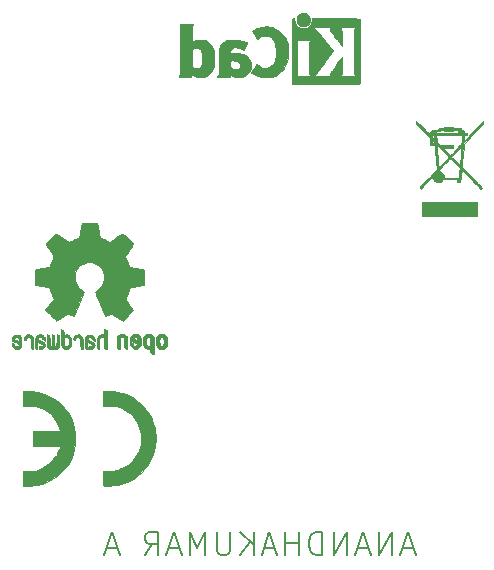
<source format=gbr>
%TF.GenerationSoftware,KiCad,Pcbnew,7.0.9*%
%TF.CreationDate,2025-05-13T13:00:26+05:30*%
%TF.ProjectId,Kicad Tutorial,4b696361-6420-4547-9574-6f7269616c2e,1*%
%TF.SameCoordinates,Original*%
%TF.FileFunction,Legend,Bot*%
%TF.FilePolarity,Positive*%
%FSLAX46Y46*%
G04 Gerber Fmt 4.6, Leading zero omitted, Abs format (unit mm)*
G04 Created by KiCad (PCBNEW 7.0.9) date 2025-05-13 13:00:26*
%MOMM*%
%LPD*%
G01*
G04 APERTURE LIST*
%ADD10C,0.200000*%
%ADD11C,0.010000*%
G04 APERTURE END LIST*
D10*
X164587469Y-123633409D02*
X163635088Y-123633409D01*
X164777945Y-124204838D02*
X164111279Y-122204838D01*
X164111279Y-122204838D02*
X163444612Y-124204838D01*
X162777945Y-124204838D02*
X162777945Y-122204838D01*
X162777945Y-122204838D02*
X161635088Y-124204838D01*
X161635088Y-124204838D02*
X161635088Y-122204838D01*
X160777945Y-123633409D02*
X159825564Y-123633409D01*
X160968421Y-124204838D02*
X160301755Y-122204838D01*
X160301755Y-122204838D02*
X159635088Y-124204838D01*
X158968421Y-124204838D02*
X158968421Y-122204838D01*
X158968421Y-122204838D02*
X157825564Y-124204838D01*
X157825564Y-124204838D02*
X157825564Y-122204838D01*
X156873183Y-124204838D02*
X156873183Y-122204838D01*
X156873183Y-122204838D02*
X156396993Y-122204838D01*
X156396993Y-122204838D02*
X156111278Y-122300076D01*
X156111278Y-122300076D02*
X155920802Y-122490552D01*
X155920802Y-122490552D02*
X155825564Y-122681028D01*
X155825564Y-122681028D02*
X155730326Y-123061980D01*
X155730326Y-123061980D02*
X155730326Y-123347695D01*
X155730326Y-123347695D02*
X155825564Y-123728647D01*
X155825564Y-123728647D02*
X155920802Y-123919123D01*
X155920802Y-123919123D02*
X156111278Y-124109600D01*
X156111278Y-124109600D02*
X156396993Y-124204838D01*
X156396993Y-124204838D02*
X156873183Y-124204838D01*
X154873183Y-124204838D02*
X154873183Y-122204838D01*
X154873183Y-123157219D02*
X153730326Y-123157219D01*
X153730326Y-124204838D02*
X153730326Y-122204838D01*
X152873183Y-123633409D02*
X151920802Y-123633409D01*
X153063659Y-124204838D02*
X152396993Y-122204838D01*
X152396993Y-122204838D02*
X151730326Y-124204838D01*
X151063659Y-124204838D02*
X151063659Y-122204838D01*
X149920802Y-124204838D02*
X150777945Y-123061980D01*
X149920802Y-122204838D02*
X151063659Y-123347695D01*
X149063659Y-122204838D02*
X149063659Y-123823885D01*
X149063659Y-123823885D02*
X148968421Y-124014361D01*
X148968421Y-124014361D02*
X148873183Y-124109600D01*
X148873183Y-124109600D02*
X148682707Y-124204838D01*
X148682707Y-124204838D02*
X148301754Y-124204838D01*
X148301754Y-124204838D02*
X148111278Y-124109600D01*
X148111278Y-124109600D02*
X148016040Y-124014361D01*
X148016040Y-124014361D02*
X147920802Y-123823885D01*
X147920802Y-123823885D02*
X147920802Y-122204838D01*
X146968421Y-124204838D02*
X146968421Y-122204838D01*
X146968421Y-122204838D02*
X146301754Y-123633409D01*
X146301754Y-123633409D02*
X145635088Y-122204838D01*
X145635088Y-122204838D02*
X145635088Y-124204838D01*
X144777945Y-123633409D02*
X143825564Y-123633409D01*
X144968421Y-124204838D02*
X144301755Y-122204838D01*
X144301755Y-122204838D02*
X143635088Y-124204838D01*
X141825564Y-124204838D02*
X142492231Y-123252457D01*
X142968421Y-124204838D02*
X142968421Y-122204838D01*
X142968421Y-122204838D02*
X142206516Y-122204838D01*
X142206516Y-122204838D02*
X142016040Y-122300076D01*
X142016040Y-122300076D02*
X141920802Y-122395314D01*
X141920802Y-122395314D02*
X141825564Y-122585790D01*
X141825564Y-122585790D02*
X141825564Y-122871504D01*
X141825564Y-122871504D02*
X141920802Y-123061980D01*
X141920802Y-123061980D02*
X142016040Y-123157219D01*
X142016040Y-123157219D02*
X142206516Y-123252457D01*
X142206516Y-123252457D02*
X142968421Y-123252457D01*
X139539849Y-123633409D02*
X138587468Y-123633409D01*
X139730325Y-124204838D02*
X139063659Y-122204838D01*
X139063659Y-122204838D02*
X138396992Y-124204838D01*
%TO.C,REF\u002A\u002A*%
D11*
X169996184Y-95450526D02*
X165317237Y-95450526D01*
X165317237Y-94297500D01*
X169996184Y-94297500D01*
X169996184Y-95450526D01*
G36*
X169996184Y-95450526D02*
G01*
X165317237Y-95450526D01*
X165317237Y-94297500D01*
X169996184Y-94297500D01*
X169996184Y-95450526D01*
G37*
X168625938Y-88085362D02*
X168626595Y-88102572D01*
X168635141Y-88131467D01*
X168659466Y-88155972D01*
X168706918Y-88185143D01*
X168748573Y-88211793D01*
X168811989Y-88262960D01*
X168869460Y-88320400D01*
X168913422Y-88376279D01*
X168936311Y-88422762D01*
X168941919Y-88440674D01*
X168952309Y-88452970D01*
X168955812Y-88457116D01*
X168984445Y-88464083D01*
X169037141Y-88465526D01*
X169127237Y-88465526D01*
X169127237Y-88615921D01*
X168915228Y-88615921D01*
X168895433Y-88852183D01*
X168892775Y-88884483D01*
X168886583Y-88965340D01*
X168882208Y-89031135D01*
X168880030Y-89075791D01*
X168880426Y-89093233D01*
X168886185Y-89088219D01*
X168912462Y-89062083D01*
X168957888Y-89015758D01*
X169020166Y-88951647D01*
X169096997Y-88872150D01*
X169186080Y-88779669D01*
X169285119Y-88676606D01*
X169391814Y-88565362D01*
X169503865Y-88448338D01*
X169618975Y-88327936D01*
X169734844Y-88206558D01*
X169849174Y-88086604D01*
X169959666Y-87970476D01*
X170064021Y-87860575D01*
X170159940Y-87759304D01*
X170245124Y-87669063D01*
X170317275Y-87592253D01*
X170446194Y-87454539D01*
X170446781Y-87571852D01*
X170447368Y-87689164D01*
X169649286Y-88528485D01*
X168851204Y-89367807D01*
X168835250Y-89559106D01*
X168771419Y-90324528D01*
X168760138Y-90460287D01*
X168746140Y-90630154D01*
X168733220Y-90788505D01*
X168721627Y-90932228D01*
X168711607Y-91058210D01*
X168703407Y-91163338D01*
X168697274Y-91244501D01*
X168693456Y-91298586D01*
X168692199Y-91322480D01*
X168695517Y-91333429D01*
X168710429Y-91357071D01*
X168738709Y-91392703D01*
X168752358Y-91408277D01*
X168781864Y-91441948D01*
X168841399Y-91506428D01*
X168918820Y-91587768D01*
X169015632Y-91687591D01*
X169133342Y-91807520D01*
X169273454Y-91949179D01*
X169365628Y-92042136D01*
X169494119Y-92171795D01*
X169622159Y-92301079D01*
X169745900Y-92426097D01*
X169861492Y-92542959D01*
X169965085Y-92647774D01*
X170052831Y-92736652D01*
X170120881Y-92805702D01*
X170387617Y-93076757D01*
X170339169Y-93127326D01*
X170327743Y-93138719D01*
X170294035Y-93166697D01*
X170270910Y-93177895D01*
X170252805Y-93168335D01*
X170219145Y-93139649D01*
X170178792Y-93098520D01*
X170154230Y-93072542D01*
X170108423Y-93025104D01*
X170043683Y-92958566D01*
X169962295Y-92875263D01*
X169866545Y-92777528D01*
X169758721Y-92667695D01*
X169641108Y-92548096D01*
X169515992Y-92421066D01*
X169385659Y-92288938D01*
X168664831Y-91558732D01*
X168635469Y-91938017D01*
X168629068Y-92018972D01*
X168619721Y-92127793D01*
X168611290Y-92210217D01*
X168603151Y-92270575D01*
X168594679Y-92313200D01*
X168585250Y-92342424D01*
X168574237Y-92362580D01*
X168558825Y-92390750D01*
X168546143Y-92442539D01*
X168542368Y-92517152D01*
X168542368Y-92626447D01*
X168241579Y-92626447D01*
X168241579Y-92392500D01*
X167117832Y-92392500D01*
X167052875Y-92466295D01*
X167035110Y-92485511D01*
X166938831Y-92562712D01*
X166830049Y-92610239D01*
X166712262Y-92626447D01*
X166608327Y-92617854D01*
X166490770Y-92581628D01*
X166390134Y-92516882D01*
X166370520Y-92498378D01*
X166321503Y-92438475D01*
X166278497Y-92368693D01*
X166247658Y-92299909D01*
X166235141Y-92243002D01*
X166234899Y-92234741D01*
X166233099Y-92204471D01*
X166228392Y-92183563D01*
X166218544Y-92173669D01*
X166201323Y-92176444D01*
X166174494Y-92193540D01*
X166135824Y-92226610D01*
X166083080Y-92277307D01*
X166014028Y-92347285D01*
X165926434Y-92438197D01*
X165818065Y-92551695D01*
X165760342Y-92612280D01*
X165663855Y-92713718D01*
X165572568Y-92809889D01*
X165490059Y-92897013D01*
X165419906Y-92971311D01*
X165365685Y-93029003D01*
X165330974Y-93066310D01*
X165236092Y-93169539D01*
X165177449Y-93111052D01*
X165118805Y-93052566D01*
X165844179Y-92292237D01*
X165889916Y-92244263D01*
X166052633Y-92072940D01*
X166192313Y-91924738D01*
X166309373Y-91799198D01*
X166404233Y-91695861D01*
X166471309Y-91620967D01*
X166745947Y-91620967D01*
X166748106Y-91638589D01*
X166748483Y-91640430D01*
X166766480Y-91682171D01*
X166802428Y-91701620D01*
X166913237Y-91743083D01*
X167011963Y-91812156D01*
X167089611Y-91903524D01*
X167142828Y-92013195D01*
X167168258Y-92137173D01*
X167176681Y-92242105D01*
X168438482Y-92242105D01*
X168447280Y-92204506D01*
X168448836Y-92195279D01*
X168453672Y-92154018D01*
X168460271Y-92087304D01*
X168468142Y-92000453D01*
X168476797Y-91898777D01*
X168485743Y-91787592D01*
X168515409Y-91408277D01*
X168115532Y-91002198D01*
X168042187Y-90927961D01*
X167952447Y-90837837D01*
X167871940Y-90757775D01*
X167803488Y-90690542D01*
X167749917Y-90638910D01*
X167714052Y-90605646D01*
X167698715Y-90593521D01*
X167688431Y-90599314D01*
X167657801Y-90625675D01*
X167611705Y-90669709D01*
X167554265Y-90727444D01*
X167489605Y-90794911D01*
X167472738Y-90812804D01*
X167397107Y-90892839D01*
X167306984Y-90987977D01*
X167209155Y-91091067D01*
X167110405Y-91194956D01*
X167017520Y-91292493D01*
X167011940Y-91298346D01*
X166925584Y-91389214D01*
X166859690Y-91459577D01*
X166811651Y-91512783D01*
X166778863Y-91552177D01*
X166758720Y-91581108D01*
X166748616Y-91602922D01*
X166745947Y-91620967D01*
X166471309Y-91620967D01*
X166477311Y-91614266D01*
X166529026Y-91553955D01*
X166559796Y-91514466D01*
X166570040Y-91495342D01*
X166570041Y-91495229D01*
X166568636Y-91471394D01*
X166564531Y-91417967D01*
X166558048Y-91338584D01*
X166549508Y-91236880D01*
X166539233Y-91116493D01*
X166527544Y-90981057D01*
X166514763Y-90834211D01*
X166501212Y-90679590D01*
X166487212Y-90520830D01*
X166473085Y-90361568D01*
X166459153Y-90205441D01*
X166445736Y-90056083D01*
X166433157Y-89917133D01*
X166421738Y-89792226D01*
X166411799Y-89684998D01*
X166403662Y-89599087D01*
X166397650Y-89538127D01*
X166394083Y-89505756D01*
X166386891Y-89451538D01*
X166558573Y-89451538D01*
X166560772Y-89492630D01*
X166565611Y-89561735D01*
X166572848Y-89655870D01*
X166582241Y-89772053D01*
X166593547Y-89907299D01*
X166606523Y-90058627D01*
X166620929Y-90223054D01*
X166636521Y-90397597D01*
X166648710Y-90532206D01*
X166663976Y-90699145D01*
X166678269Y-90853618D01*
X166691305Y-90992649D01*
X166702800Y-91113264D01*
X166712470Y-91212489D01*
X166720030Y-91287348D01*
X166725197Y-91334867D01*
X166727686Y-91352072D01*
X166735236Y-91346742D01*
X166762922Y-91320578D01*
X166807909Y-91275637D01*
X166867100Y-91215191D01*
X166937399Y-91142509D01*
X167015708Y-91060864D01*
X167098930Y-90973526D01*
X167183969Y-90883767D01*
X167267727Y-90794858D01*
X167347107Y-90710070D01*
X167419013Y-90632673D01*
X167480347Y-90565941D01*
X167528013Y-90513142D01*
X167558913Y-90477550D01*
X167567941Y-90465186D01*
X167809574Y-90465186D01*
X168175971Y-90831299D01*
X168265569Y-90920679D01*
X168350013Y-91004320D01*
X168415427Y-91068027D01*
X168464208Y-91113868D01*
X168498753Y-91143909D01*
X168521459Y-91160218D01*
X168534722Y-91164862D01*
X168540940Y-91159908D01*
X168542509Y-91147423D01*
X168543515Y-91127363D01*
X168547140Y-91075712D01*
X168553130Y-90997320D01*
X168561198Y-90895759D01*
X168571055Y-90774602D01*
X168582413Y-90637421D01*
X168594984Y-90487787D01*
X168608480Y-90329271D01*
X168620395Y-90189563D01*
X168632811Y-90042414D01*
X168643943Y-89908805D01*
X168653526Y-89792028D01*
X168661290Y-89695378D01*
X168666969Y-89622145D01*
X168670297Y-89575624D01*
X168671004Y-89559106D01*
X168670444Y-89559416D01*
X168654663Y-89574623D01*
X168619606Y-89610303D01*
X168568363Y-89663220D01*
X168504019Y-89730139D01*
X168429664Y-89807823D01*
X168348385Y-89893036D01*
X168263270Y-89982541D01*
X168177406Y-90073102D01*
X168093881Y-90161483D01*
X168015784Y-90244448D01*
X167946202Y-90318760D01*
X167812141Y-90462434D01*
X167809574Y-90465186D01*
X167567941Y-90465186D01*
X167569951Y-90462434D01*
X167559131Y-90447785D01*
X167527674Y-90412722D01*
X167478503Y-90360265D01*
X167414544Y-90293372D01*
X167338723Y-90214999D01*
X167253967Y-90128103D01*
X167163202Y-90035641D01*
X167069356Y-89940569D01*
X166975354Y-89845845D01*
X166884124Y-89754424D01*
X166798591Y-89669265D01*
X166721683Y-89593323D01*
X166656326Y-89529556D01*
X166605446Y-89480920D01*
X166571970Y-89450372D01*
X166558824Y-89440868D01*
X166558573Y-89451538D01*
X166386891Y-89451538D01*
X166384663Y-89434737D01*
X166019079Y-89434737D01*
X166018870Y-89301052D01*
X166152763Y-89301052D01*
X166261382Y-89301052D01*
X166271045Y-89301044D01*
X166325604Y-89299880D01*
X166355276Y-89294902D01*
X166367571Y-89283477D01*
X166370000Y-89262971D01*
X166359301Y-89232829D01*
X166322654Y-89182687D01*
X166261382Y-89117237D01*
X166152763Y-89009584D01*
X166152763Y-89301052D01*
X166018870Y-89301052D01*
X166018641Y-89154835D01*
X166018204Y-88874934D01*
X165417885Y-88265000D01*
X164817567Y-87655066D01*
X164816744Y-87539337D01*
X164815921Y-87423610D01*
X165535969Y-88153449D01*
X165605564Y-88223944D01*
X165749975Y-88369828D01*
X165873442Y-88493875D01*
X165977560Y-88597611D01*
X166063925Y-88682562D01*
X166134132Y-88750256D01*
X166189776Y-88802219D01*
X166232452Y-88839977D01*
X166263756Y-88865057D01*
X166285282Y-88878986D01*
X166298625Y-88883289D01*
X166321125Y-88881986D01*
X166333756Y-88872468D01*
X166335934Y-88846427D01*
X166330697Y-88795559D01*
X166327086Y-88763533D01*
X166322061Y-88710002D01*
X166320037Y-88674408D01*
X166319045Y-88662138D01*
X166309386Y-88648996D01*
X166282703Y-88644641D01*
X166230902Y-88646542D01*
X166217676Y-88647287D01*
X166164733Y-88646447D01*
X166127073Y-88634813D01*
X166100529Y-88615921D01*
X166476974Y-88615921D01*
X166482504Y-88678585D01*
X166485058Y-88707017D01*
X166493018Y-88784642D01*
X166500861Y-88835769D01*
X166510031Y-88865711D01*
X166521973Y-88879780D01*
X166538129Y-88883289D01*
X166552656Y-88885679D01*
X166562289Y-88897098D01*
X166567672Y-88923645D01*
X166570015Y-88971414D01*
X166570526Y-89046502D01*
X166570526Y-89209715D01*
X166623948Y-89262971D01*
X166754342Y-89392960D01*
X166938158Y-89576206D01*
X166938158Y-89434737D01*
X167940790Y-89434737D01*
X167940790Y-89752237D01*
X167118827Y-89752237D01*
X167397589Y-90040493D01*
X167450984Y-90095548D01*
X167524817Y-90171120D01*
X167588929Y-90236082D01*
X167639961Y-90287060D01*
X167674557Y-90320681D01*
X167689357Y-90333574D01*
X167694983Y-90330018D01*
X167721363Y-90306118D01*
X167766849Y-90261862D01*
X167829012Y-90199708D01*
X167905422Y-90122115D01*
X167993649Y-90031540D01*
X168091262Y-89930441D01*
X168195833Y-89821275D01*
X168300940Y-89710964D01*
X168403974Y-89602246D01*
X168487530Y-89513136D01*
X168553654Y-89441271D01*
X168604387Y-89384289D01*
X168641775Y-89339828D01*
X168667860Y-89305525D01*
X168684687Y-89279017D01*
X168694298Y-89257942D01*
X168698739Y-89239939D01*
X168699916Y-89231169D01*
X168705136Y-89182847D01*
X168711742Y-89111707D01*
X168719008Y-89025861D01*
X168726207Y-88933421D01*
X168728648Y-88901225D01*
X168735701Y-88814236D01*
X168742425Y-88739203D01*
X168748160Y-88683255D01*
X168752240Y-88653520D01*
X168760242Y-88615921D01*
X166476974Y-88615921D01*
X166100529Y-88615921D01*
X166089956Y-88608396D01*
X166083563Y-88602835D01*
X166031285Y-88535487D01*
X166010581Y-88465526D01*
X166463481Y-88465526D01*
X168343306Y-88465526D01*
X168625921Y-88465526D01*
X168701706Y-88465526D01*
X168724412Y-88465366D01*
X168758054Y-88462442D01*
X168767766Y-88452970D01*
X168760227Y-88433267D01*
X168757999Y-88429511D01*
X168732990Y-88400623D01*
X168696757Y-88368563D01*
X168660613Y-88342560D01*
X168635874Y-88331842D01*
X168633650Y-88333536D01*
X168628131Y-88356810D01*
X168625921Y-88398684D01*
X168625921Y-88465526D01*
X168343306Y-88465526D01*
X168338397Y-88345007D01*
X168333487Y-88224488D01*
X168233224Y-88204348D01*
X168182943Y-88195214D01*
X168098975Y-88182425D01*
X168020165Y-88172776D01*
X167907368Y-88161345D01*
X167907368Y-88298421D01*
X167138684Y-88298421D01*
X167138684Y-88177596D01*
X167042599Y-88189065D01*
X166895787Y-88213646D01*
X166748032Y-88258089D01*
X166625814Y-88320062D01*
X166527062Y-88400413D01*
X166463481Y-88465526D01*
X166010581Y-88465526D01*
X166008281Y-88457754D01*
X166015328Y-88376211D01*
X166053203Y-88297434D01*
X166056868Y-88292529D01*
X166107486Y-88250327D01*
X166173474Y-88225365D01*
X166244607Y-88218725D01*
X166310664Y-88231492D01*
X166361419Y-88264750D01*
X166378604Y-88281729D01*
X166395345Y-88285844D01*
X166419318Y-88273115D01*
X166459799Y-88241332D01*
X166472219Y-88231564D01*
X166568111Y-88169911D01*
X166578832Y-88164737D01*
X167272368Y-88164737D01*
X167773684Y-88164737D01*
X167773684Y-88081184D01*
X167272368Y-88081184D01*
X167272368Y-88164737D01*
X166578832Y-88164737D01*
X166681715Y-88115084D01*
X166802453Y-88071033D01*
X166919746Y-88041706D01*
X167023017Y-88031052D01*
X167033988Y-88030968D01*
X167094970Y-88025031D01*
X167128460Y-88008385D01*
X167138684Y-87979133D01*
X167139885Y-87969917D01*
X167146449Y-87961991D01*
X167162391Y-87956189D01*
X167191719Y-87952181D01*
X167238440Y-87949639D01*
X167306559Y-87948230D01*
X167400086Y-87947628D01*
X167523026Y-87947500D01*
X167638219Y-87947725D01*
X167736126Y-87948635D01*
X167807800Y-87950469D01*
X167857001Y-87953466D01*
X167887490Y-87957863D01*
X167903025Y-87963898D01*
X167907368Y-87971808D01*
X167921653Y-87991232D01*
X167961678Y-88003627D01*
X167976997Y-88005796D01*
X168029230Y-88013430D01*
X168098737Y-88023778D01*
X168174737Y-88035240D01*
X168216651Y-88041075D01*
X168277992Y-88047394D01*
X168321273Y-88048918D01*
X168339057Y-88045197D01*
X168342094Y-88042773D01*
X168370130Y-88036785D01*
X168420564Y-88032617D01*
X168485274Y-88031052D01*
X168625921Y-88031052D01*
X168625937Y-88081184D01*
X168625938Y-88085362D01*
G36*
X168625938Y-88085362D02*
G01*
X168626595Y-88102572D01*
X168635141Y-88131467D01*
X168659466Y-88155972D01*
X168706918Y-88185143D01*
X168748573Y-88211793D01*
X168811989Y-88262960D01*
X168869460Y-88320400D01*
X168913422Y-88376279D01*
X168936311Y-88422762D01*
X168941919Y-88440674D01*
X168952309Y-88452970D01*
X168955812Y-88457116D01*
X168984445Y-88464083D01*
X169037141Y-88465526D01*
X169127237Y-88465526D01*
X169127237Y-88615921D01*
X168915228Y-88615921D01*
X168895433Y-88852183D01*
X168892775Y-88884483D01*
X168886583Y-88965340D01*
X168882208Y-89031135D01*
X168880030Y-89075791D01*
X168880426Y-89093233D01*
X168886185Y-89088219D01*
X168912462Y-89062083D01*
X168957888Y-89015758D01*
X169020166Y-88951647D01*
X169096997Y-88872150D01*
X169186080Y-88779669D01*
X169285119Y-88676606D01*
X169391814Y-88565362D01*
X169503865Y-88448338D01*
X169618975Y-88327936D01*
X169734844Y-88206558D01*
X169849174Y-88086604D01*
X169959666Y-87970476D01*
X170064021Y-87860575D01*
X170159940Y-87759304D01*
X170245124Y-87669063D01*
X170317275Y-87592253D01*
X170446194Y-87454539D01*
X170446781Y-87571852D01*
X170447368Y-87689164D01*
X169649286Y-88528485D01*
X168851204Y-89367807D01*
X168835250Y-89559106D01*
X168771419Y-90324528D01*
X168760138Y-90460287D01*
X168746140Y-90630154D01*
X168733220Y-90788505D01*
X168721627Y-90932228D01*
X168711607Y-91058210D01*
X168703407Y-91163338D01*
X168697274Y-91244501D01*
X168693456Y-91298586D01*
X168692199Y-91322480D01*
X168695517Y-91333429D01*
X168710429Y-91357071D01*
X168738709Y-91392703D01*
X168752358Y-91408277D01*
X168781864Y-91441948D01*
X168841399Y-91506428D01*
X168918820Y-91587768D01*
X169015632Y-91687591D01*
X169133342Y-91807520D01*
X169273454Y-91949179D01*
X169365628Y-92042136D01*
X169494119Y-92171795D01*
X169622159Y-92301079D01*
X169745900Y-92426097D01*
X169861492Y-92542959D01*
X169965085Y-92647774D01*
X170052831Y-92736652D01*
X170120881Y-92805702D01*
X170387617Y-93076757D01*
X170339169Y-93127326D01*
X170327743Y-93138719D01*
X170294035Y-93166697D01*
X170270910Y-93177895D01*
X170252805Y-93168335D01*
X170219145Y-93139649D01*
X170178792Y-93098520D01*
X170154230Y-93072542D01*
X170108423Y-93025104D01*
X170043683Y-92958566D01*
X169962295Y-92875263D01*
X169866545Y-92777528D01*
X169758721Y-92667695D01*
X169641108Y-92548096D01*
X169515992Y-92421066D01*
X169385659Y-92288938D01*
X168664831Y-91558732D01*
X168635469Y-91938017D01*
X168629068Y-92018972D01*
X168619721Y-92127793D01*
X168611290Y-92210217D01*
X168603151Y-92270575D01*
X168594679Y-92313200D01*
X168585250Y-92342424D01*
X168574237Y-92362580D01*
X168558825Y-92390750D01*
X168546143Y-92442539D01*
X168542368Y-92517152D01*
X168542368Y-92626447D01*
X168241579Y-92626447D01*
X168241579Y-92392500D01*
X167117832Y-92392500D01*
X167052875Y-92466295D01*
X167035110Y-92485511D01*
X166938831Y-92562712D01*
X166830049Y-92610239D01*
X166712262Y-92626447D01*
X166608327Y-92617854D01*
X166490770Y-92581628D01*
X166390134Y-92516882D01*
X166370520Y-92498378D01*
X166321503Y-92438475D01*
X166278497Y-92368693D01*
X166247658Y-92299909D01*
X166235141Y-92243002D01*
X166234899Y-92234741D01*
X166233099Y-92204471D01*
X166228392Y-92183563D01*
X166218544Y-92173669D01*
X166201323Y-92176444D01*
X166174494Y-92193540D01*
X166135824Y-92226610D01*
X166083080Y-92277307D01*
X166014028Y-92347285D01*
X165926434Y-92438197D01*
X165818065Y-92551695D01*
X165760342Y-92612280D01*
X165663855Y-92713718D01*
X165572568Y-92809889D01*
X165490059Y-92897013D01*
X165419906Y-92971311D01*
X165365685Y-93029003D01*
X165330974Y-93066310D01*
X165236092Y-93169539D01*
X165177449Y-93111052D01*
X165118805Y-93052566D01*
X165844179Y-92292237D01*
X165889916Y-92244263D01*
X166052633Y-92072940D01*
X166192313Y-91924738D01*
X166309373Y-91799198D01*
X166404233Y-91695861D01*
X166471309Y-91620967D01*
X166745947Y-91620967D01*
X166748106Y-91638589D01*
X166748483Y-91640430D01*
X166766480Y-91682171D01*
X166802428Y-91701620D01*
X166913237Y-91743083D01*
X167011963Y-91812156D01*
X167089611Y-91903524D01*
X167142828Y-92013195D01*
X167168258Y-92137173D01*
X167176681Y-92242105D01*
X168438482Y-92242105D01*
X168447280Y-92204506D01*
X168448836Y-92195279D01*
X168453672Y-92154018D01*
X168460271Y-92087304D01*
X168468142Y-92000453D01*
X168476797Y-91898777D01*
X168485743Y-91787592D01*
X168515409Y-91408277D01*
X168115532Y-91002198D01*
X168042187Y-90927961D01*
X167952447Y-90837837D01*
X167871940Y-90757775D01*
X167803488Y-90690542D01*
X167749917Y-90638910D01*
X167714052Y-90605646D01*
X167698715Y-90593521D01*
X167688431Y-90599314D01*
X167657801Y-90625675D01*
X167611705Y-90669709D01*
X167554265Y-90727444D01*
X167489605Y-90794911D01*
X167472738Y-90812804D01*
X167397107Y-90892839D01*
X167306984Y-90987977D01*
X167209155Y-91091067D01*
X167110405Y-91194956D01*
X167017520Y-91292493D01*
X167011940Y-91298346D01*
X166925584Y-91389214D01*
X166859690Y-91459577D01*
X166811651Y-91512783D01*
X166778863Y-91552177D01*
X166758720Y-91581108D01*
X166748616Y-91602922D01*
X166745947Y-91620967D01*
X166471309Y-91620967D01*
X166477311Y-91614266D01*
X166529026Y-91553955D01*
X166559796Y-91514466D01*
X166570040Y-91495342D01*
X166570041Y-91495229D01*
X166568636Y-91471394D01*
X166564531Y-91417967D01*
X166558048Y-91338584D01*
X166549508Y-91236880D01*
X166539233Y-91116493D01*
X166527544Y-90981057D01*
X166514763Y-90834211D01*
X166501212Y-90679590D01*
X166487212Y-90520830D01*
X166473085Y-90361568D01*
X166459153Y-90205441D01*
X166445736Y-90056083D01*
X166433157Y-89917133D01*
X166421738Y-89792226D01*
X166411799Y-89684998D01*
X166403662Y-89599087D01*
X166397650Y-89538127D01*
X166394083Y-89505756D01*
X166386891Y-89451538D01*
X166558573Y-89451538D01*
X166560772Y-89492630D01*
X166565611Y-89561735D01*
X166572848Y-89655870D01*
X166582241Y-89772053D01*
X166593547Y-89907299D01*
X166606523Y-90058627D01*
X166620929Y-90223054D01*
X166636521Y-90397597D01*
X166648710Y-90532206D01*
X166663976Y-90699145D01*
X166678269Y-90853618D01*
X166691305Y-90992649D01*
X166702800Y-91113264D01*
X166712470Y-91212489D01*
X166720030Y-91287348D01*
X166725197Y-91334867D01*
X166727686Y-91352072D01*
X166735236Y-91346742D01*
X166762922Y-91320578D01*
X166807909Y-91275637D01*
X166867100Y-91215191D01*
X166937399Y-91142509D01*
X167015708Y-91060864D01*
X167098930Y-90973526D01*
X167183969Y-90883767D01*
X167267727Y-90794858D01*
X167347107Y-90710070D01*
X167419013Y-90632673D01*
X167480347Y-90565941D01*
X167528013Y-90513142D01*
X167558913Y-90477550D01*
X167567941Y-90465186D01*
X167809574Y-90465186D01*
X168175971Y-90831299D01*
X168265569Y-90920679D01*
X168350013Y-91004320D01*
X168415427Y-91068027D01*
X168464208Y-91113868D01*
X168498753Y-91143909D01*
X168521459Y-91160218D01*
X168534722Y-91164862D01*
X168540940Y-91159908D01*
X168542509Y-91147423D01*
X168543515Y-91127363D01*
X168547140Y-91075712D01*
X168553130Y-90997320D01*
X168561198Y-90895759D01*
X168571055Y-90774602D01*
X168582413Y-90637421D01*
X168594984Y-90487787D01*
X168608480Y-90329271D01*
X168620395Y-90189563D01*
X168632811Y-90042414D01*
X168643943Y-89908805D01*
X168653526Y-89792028D01*
X168661290Y-89695378D01*
X168666969Y-89622145D01*
X168670297Y-89575624D01*
X168671004Y-89559106D01*
X168670444Y-89559416D01*
X168654663Y-89574623D01*
X168619606Y-89610303D01*
X168568363Y-89663220D01*
X168504019Y-89730139D01*
X168429664Y-89807823D01*
X168348385Y-89893036D01*
X168263270Y-89982541D01*
X168177406Y-90073102D01*
X168093881Y-90161483D01*
X168015784Y-90244448D01*
X167946202Y-90318760D01*
X167812141Y-90462434D01*
X167809574Y-90465186D01*
X167567941Y-90465186D01*
X167569951Y-90462434D01*
X167559131Y-90447785D01*
X167527674Y-90412722D01*
X167478503Y-90360265D01*
X167414544Y-90293372D01*
X167338723Y-90214999D01*
X167253967Y-90128103D01*
X167163202Y-90035641D01*
X167069356Y-89940569D01*
X166975354Y-89845845D01*
X166884124Y-89754424D01*
X166798591Y-89669265D01*
X166721683Y-89593323D01*
X166656326Y-89529556D01*
X166605446Y-89480920D01*
X166571970Y-89450372D01*
X166558824Y-89440868D01*
X166558573Y-89451538D01*
X166386891Y-89451538D01*
X166384663Y-89434737D01*
X166019079Y-89434737D01*
X166018870Y-89301052D01*
X166152763Y-89301052D01*
X166261382Y-89301052D01*
X166271045Y-89301044D01*
X166325604Y-89299880D01*
X166355276Y-89294902D01*
X166367571Y-89283477D01*
X166370000Y-89262971D01*
X166359301Y-89232829D01*
X166322654Y-89182687D01*
X166261382Y-89117237D01*
X166152763Y-89009584D01*
X166152763Y-89301052D01*
X166018870Y-89301052D01*
X166018641Y-89154835D01*
X166018204Y-88874934D01*
X165417885Y-88265000D01*
X164817567Y-87655066D01*
X164816744Y-87539337D01*
X164815921Y-87423610D01*
X165535969Y-88153449D01*
X165605564Y-88223944D01*
X165749975Y-88369828D01*
X165873442Y-88493875D01*
X165977560Y-88597611D01*
X166063925Y-88682562D01*
X166134132Y-88750256D01*
X166189776Y-88802219D01*
X166232452Y-88839977D01*
X166263756Y-88865057D01*
X166285282Y-88878986D01*
X166298625Y-88883289D01*
X166321125Y-88881986D01*
X166333756Y-88872468D01*
X166335934Y-88846427D01*
X166330697Y-88795559D01*
X166327086Y-88763533D01*
X166322061Y-88710002D01*
X166320037Y-88674408D01*
X166319045Y-88662138D01*
X166309386Y-88648996D01*
X166282703Y-88644641D01*
X166230902Y-88646542D01*
X166217676Y-88647287D01*
X166164733Y-88646447D01*
X166127073Y-88634813D01*
X166100529Y-88615921D01*
X166476974Y-88615921D01*
X166482504Y-88678585D01*
X166485058Y-88707017D01*
X166493018Y-88784642D01*
X166500861Y-88835769D01*
X166510031Y-88865711D01*
X166521973Y-88879780D01*
X166538129Y-88883289D01*
X166552656Y-88885679D01*
X166562289Y-88897098D01*
X166567672Y-88923645D01*
X166570015Y-88971414D01*
X166570526Y-89046502D01*
X166570526Y-89209715D01*
X166623948Y-89262971D01*
X166754342Y-89392960D01*
X166938158Y-89576206D01*
X166938158Y-89434737D01*
X167940790Y-89434737D01*
X167940790Y-89752237D01*
X167118827Y-89752237D01*
X167397589Y-90040493D01*
X167450984Y-90095548D01*
X167524817Y-90171120D01*
X167588929Y-90236082D01*
X167639961Y-90287060D01*
X167674557Y-90320681D01*
X167689357Y-90333574D01*
X167694983Y-90330018D01*
X167721363Y-90306118D01*
X167766849Y-90261862D01*
X167829012Y-90199708D01*
X167905422Y-90122115D01*
X167993649Y-90031540D01*
X168091262Y-89930441D01*
X168195833Y-89821275D01*
X168300940Y-89710964D01*
X168403974Y-89602246D01*
X168487530Y-89513136D01*
X168553654Y-89441271D01*
X168604387Y-89384289D01*
X168641775Y-89339828D01*
X168667860Y-89305525D01*
X168684687Y-89279017D01*
X168694298Y-89257942D01*
X168698739Y-89239939D01*
X168699916Y-89231169D01*
X168705136Y-89182847D01*
X168711742Y-89111707D01*
X168719008Y-89025861D01*
X168726207Y-88933421D01*
X168728648Y-88901225D01*
X168735701Y-88814236D01*
X168742425Y-88739203D01*
X168748160Y-88683255D01*
X168752240Y-88653520D01*
X168760242Y-88615921D01*
X166476974Y-88615921D01*
X166100529Y-88615921D01*
X166089956Y-88608396D01*
X166083563Y-88602835D01*
X166031285Y-88535487D01*
X166010581Y-88465526D01*
X166463481Y-88465526D01*
X168343306Y-88465526D01*
X168625921Y-88465526D01*
X168701706Y-88465526D01*
X168724412Y-88465366D01*
X168758054Y-88462442D01*
X168767766Y-88452970D01*
X168760227Y-88433267D01*
X168757999Y-88429511D01*
X168732990Y-88400623D01*
X168696757Y-88368563D01*
X168660613Y-88342560D01*
X168635874Y-88331842D01*
X168633650Y-88333536D01*
X168628131Y-88356810D01*
X168625921Y-88398684D01*
X168625921Y-88465526D01*
X168343306Y-88465526D01*
X168338397Y-88345007D01*
X168333487Y-88224488D01*
X168233224Y-88204348D01*
X168182943Y-88195214D01*
X168098975Y-88182425D01*
X168020165Y-88172776D01*
X167907368Y-88161345D01*
X167907368Y-88298421D01*
X167138684Y-88298421D01*
X167138684Y-88177596D01*
X167042599Y-88189065D01*
X166895787Y-88213646D01*
X166748032Y-88258089D01*
X166625814Y-88320062D01*
X166527062Y-88400413D01*
X166463481Y-88465526D01*
X166010581Y-88465526D01*
X166008281Y-88457754D01*
X166015328Y-88376211D01*
X166053203Y-88297434D01*
X166056868Y-88292529D01*
X166107486Y-88250327D01*
X166173474Y-88225365D01*
X166244607Y-88218725D01*
X166310664Y-88231492D01*
X166361419Y-88264750D01*
X166378604Y-88281729D01*
X166395345Y-88285844D01*
X166419318Y-88273115D01*
X166459799Y-88241332D01*
X166472219Y-88231564D01*
X166568111Y-88169911D01*
X166578832Y-88164737D01*
X167272368Y-88164737D01*
X167773684Y-88164737D01*
X167773684Y-88081184D01*
X167272368Y-88081184D01*
X167272368Y-88164737D01*
X166578832Y-88164737D01*
X166681715Y-88115084D01*
X166802453Y-88071033D01*
X166919746Y-88041706D01*
X167023017Y-88031052D01*
X167033988Y-88030968D01*
X167094970Y-88025031D01*
X167128460Y-88008385D01*
X167138684Y-87979133D01*
X167139885Y-87969917D01*
X167146449Y-87961991D01*
X167162391Y-87956189D01*
X167191719Y-87952181D01*
X167238440Y-87949639D01*
X167306559Y-87948230D01*
X167400086Y-87947628D01*
X167523026Y-87947500D01*
X167638219Y-87947725D01*
X167736126Y-87948635D01*
X167807800Y-87950469D01*
X167857001Y-87953466D01*
X167887490Y-87957863D01*
X167903025Y-87963898D01*
X167907368Y-87971808D01*
X167921653Y-87991232D01*
X167961678Y-88003627D01*
X167976997Y-88005796D01*
X168029230Y-88013430D01*
X168098737Y-88023778D01*
X168174737Y-88035240D01*
X168216651Y-88041075D01*
X168277992Y-88047394D01*
X168321273Y-88048918D01*
X168339057Y-88045197D01*
X168342094Y-88042773D01*
X168370130Y-88036785D01*
X168420564Y-88032617D01*
X168485274Y-88031052D01*
X168625921Y-88031052D01*
X168625937Y-88081184D01*
X168625938Y-88085362D01*
G37*
X140038487Y-105457689D02*
X140174848Y-105521770D01*
X140286598Y-105632584D01*
X140309761Y-105667273D01*
X140328973Y-105706590D01*
X140342598Y-105756145D01*
X140351877Y-105825568D01*
X140358050Y-105924490D01*
X140362357Y-106062539D01*
X140366038Y-106249346D01*
X140375180Y-106767542D01*
X140298383Y-106738344D01*
X140228068Y-106711520D01*
X140175424Y-106685706D01*
X140141060Y-106652431D01*
X140121093Y-106601510D01*
X140111639Y-106522761D01*
X140108814Y-106405999D01*
X140108736Y-106241042D01*
X140108336Y-106109558D01*
X140105951Y-105983394D01*
X140100259Y-105897223D01*
X140089961Y-105840672D01*
X140073755Y-105803370D01*
X140050345Y-105774943D01*
X139992793Y-105734827D01*
X139896112Y-105719706D01*
X139800465Y-105757917D01*
X139794152Y-105762810D01*
X139774477Y-105785413D01*
X139759963Y-105821664D01*
X139749394Y-105880511D01*
X139741555Y-105970901D01*
X139735227Y-106101779D01*
X139729195Y-106282095D01*
X139714598Y-106764907D01*
X139590517Y-106709283D01*
X139466437Y-106653659D01*
X139466437Y-106212851D01*
X139466951Y-106093098D01*
X139471380Y-105926506D01*
X139482594Y-105802468D01*
X139503272Y-105710987D01*
X139536093Y-105642066D01*
X139583736Y-105585707D01*
X139648877Y-105531914D01*
X139742571Y-105477719D01*
X139890175Y-105442339D01*
X140038487Y-105457689D01*
G36*
X140038487Y-105457689D02*
G01*
X140174848Y-105521770D01*
X140286598Y-105632584D01*
X140309761Y-105667273D01*
X140328973Y-105706590D01*
X140342598Y-105756145D01*
X140351877Y-105825568D01*
X140358050Y-105924490D01*
X140362357Y-106062539D01*
X140366038Y-106249346D01*
X140375180Y-106767542D01*
X140298383Y-106738344D01*
X140228068Y-106711520D01*
X140175424Y-106685706D01*
X140141060Y-106652431D01*
X140121093Y-106601510D01*
X140111639Y-106522761D01*
X140108814Y-106405999D01*
X140108736Y-106241042D01*
X140108336Y-106109558D01*
X140105951Y-105983394D01*
X140100259Y-105897223D01*
X140089961Y-105840672D01*
X140073755Y-105803370D01*
X140050345Y-105774943D01*
X139992793Y-105734827D01*
X139896112Y-105719706D01*
X139800465Y-105757917D01*
X139794152Y-105762810D01*
X139774477Y-105785413D01*
X139759963Y-105821664D01*
X139749394Y-105880511D01*
X139741555Y-105970901D01*
X139735227Y-106101779D01*
X139729195Y-106282095D01*
X139714598Y-106764907D01*
X139590517Y-106709283D01*
X139466437Y-106653659D01*
X139466437Y-106212851D01*
X139466951Y-106093098D01*
X139471380Y-105926506D01*
X139482594Y-105802468D01*
X139503272Y-105710987D01*
X139536093Y-105642066D01*
X139583736Y-105585707D01*
X139648877Y-105531914D01*
X139742571Y-105477719D01*
X139890175Y-105442339D01*
X140038487Y-105457689D01*
G37*
X142610778Y-106229502D02*
X142613668Y-106453736D01*
X142614471Y-106518785D01*
X142617040Y-106736260D01*
X142617556Y-106902672D01*
X142614437Y-107023846D01*
X142606100Y-107105607D01*
X142590962Y-107153781D01*
X142567441Y-107174194D01*
X142533956Y-107172672D01*
X142488923Y-107155039D01*
X142430761Y-107127121D01*
X142418332Y-107121164D01*
X142366578Y-107092006D01*
X142339550Y-107057314D01*
X142329207Y-106999470D01*
X142327509Y-106900857D01*
X142327433Y-106723793D01*
X142145038Y-106723793D01*
X142032840Y-106718880D01*
X141944620Y-106698953D01*
X141871358Y-106658678D01*
X141865896Y-106654741D01*
X141791558Y-106588243D01*
X141739823Y-106507908D01*
X141707196Y-106402758D01*
X141690182Y-106261815D01*
X141686030Y-106102588D01*
X141977241Y-106102588D01*
X141977291Y-106129276D01*
X141980064Y-106249738D01*
X141988967Y-106328484D01*
X142006617Y-106379618D01*
X142035632Y-106417241D01*
X142037440Y-106419038D01*
X142108753Y-106467720D01*
X142177865Y-106462921D01*
X142255925Y-106403971D01*
X142275019Y-106383823D01*
X142303142Y-106342515D01*
X142319000Y-106288787D01*
X142326009Y-106207326D01*
X142327586Y-106082821D01*
X142326220Y-106007445D01*
X142311402Y-105870362D01*
X142277579Y-105780548D01*
X142221389Y-105731460D01*
X142139472Y-105716552D01*
X142104956Y-105719729D01*
X142045235Y-105751254D01*
X142005752Y-105821505D01*
X141983942Y-105936583D01*
X141977241Y-106102588D01*
X141686030Y-106102588D01*
X141685287Y-106074101D01*
X141686371Y-105937122D01*
X141691307Y-105833364D01*
X141702272Y-105761412D01*
X141721438Y-105707500D01*
X141750977Y-105657864D01*
X141778092Y-105619931D01*
X141876550Y-105517522D01*
X141988100Y-105461903D01*
X142128246Y-105444297D01*
X142288635Y-105461847D01*
X142427288Y-105524797D01*
X142536951Y-105635824D01*
X142545218Y-105647578D01*
X142564499Y-105678813D01*
X142579269Y-105714507D01*
X142590254Y-105762364D01*
X142598174Y-105830087D01*
X142603753Y-105925382D01*
X142607713Y-106055952D01*
X142608188Y-106082821D01*
X142610778Y-106229502D01*
G36*
X142610778Y-106229502D02*
G01*
X142613668Y-106453736D01*
X142614471Y-106518785D01*
X142617040Y-106736260D01*
X142617556Y-106902672D01*
X142614437Y-107023846D01*
X142606100Y-107105607D01*
X142590962Y-107153781D01*
X142567441Y-107174194D01*
X142533956Y-107172672D01*
X142488923Y-107155039D01*
X142430761Y-107127121D01*
X142418332Y-107121164D01*
X142366578Y-107092006D01*
X142339550Y-107057314D01*
X142329207Y-106999470D01*
X142327509Y-106900857D01*
X142327433Y-106723793D01*
X142145038Y-106723793D01*
X142032840Y-106718880D01*
X141944620Y-106698953D01*
X141871358Y-106658678D01*
X141865896Y-106654741D01*
X141791558Y-106588243D01*
X141739823Y-106507908D01*
X141707196Y-106402758D01*
X141690182Y-106261815D01*
X141686030Y-106102588D01*
X141977241Y-106102588D01*
X141977291Y-106129276D01*
X141980064Y-106249738D01*
X141988967Y-106328484D01*
X142006617Y-106379618D01*
X142035632Y-106417241D01*
X142037440Y-106419038D01*
X142108753Y-106467720D01*
X142177865Y-106462921D01*
X142255925Y-106403971D01*
X142275019Y-106383823D01*
X142303142Y-106342515D01*
X142319000Y-106288787D01*
X142326009Y-106207326D01*
X142327586Y-106082821D01*
X142326220Y-106007445D01*
X142311402Y-105870362D01*
X142277579Y-105780548D01*
X142221389Y-105731460D01*
X142139472Y-105716552D01*
X142104956Y-105719729D01*
X142045235Y-105751254D01*
X142005752Y-105821505D01*
X141983942Y-105936583D01*
X141977241Y-106102588D01*
X141686030Y-106102588D01*
X141685287Y-106074101D01*
X141686371Y-105937122D01*
X141691307Y-105833364D01*
X141702272Y-105761412D01*
X141721438Y-105707500D01*
X141750977Y-105657864D01*
X141778092Y-105619931D01*
X141876550Y-105517522D01*
X141988100Y-105461903D01*
X142128246Y-105444297D01*
X142288635Y-105461847D01*
X142427288Y-105524797D01*
X142536951Y-105635824D01*
X142545218Y-105647578D01*
X142564499Y-105678813D01*
X142579269Y-105714507D01*
X142590254Y-105762364D01*
X142598174Y-105830087D01*
X142603753Y-105925382D01*
X142607713Y-106055952D01*
X142608188Y-106082821D01*
X142610778Y-106229502D01*
G37*
X135612553Y-106125287D02*
X135610219Y-106239135D01*
X135593739Y-106394320D01*
X135557883Y-106510612D01*
X135498455Y-106599411D01*
X135411257Y-106672119D01*
X135328195Y-106714150D01*
X135188709Y-106737538D01*
X135049412Y-106711965D01*
X134923510Y-106640694D01*
X134824210Y-106526991D01*
X134812219Y-106506024D01*
X134796384Y-106469291D01*
X134784638Y-106422415D01*
X134776378Y-106357355D01*
X134770998Y-106266070D01*
X134767892Y-106140519D01*
X134767797Y-106129379D01*
X134970345Y-106129379D01*
X134971035Y-106235644D01*
X134975400Y-106331762D01*
X134986192Y-106393811D01*
X135006126Y-106435502D01*
X135037916Y-106470543D01*
X135045364Y-106477279D01*
X135141060Y-106526992D01*
X135242312Y-106521905D01*
X135336614Y-106462362D01*
X135364694Y-106431514D01*
X135388196Y-106390618D01*
X135401322Y-106334080D01*
X135407030Y-106247657D01*
X135408276Y-106117106D01*
X135407661Y-106017487D01*
X135403407Y-105920251D01*
X135392682Y-105857502D01*
X135372707Y-105815382D01*
X135340704Y-105780032D01*
X135321905Y-105764114D01*
X135224492Y-105721235D01*
X135122437Y-105727985D01*
X135033825Y-105784123D01*
X135014749Y-105806382D01*
X134991486Y-105848293D01*
X134978036Y-105906822D01*
X134971841Y-105995880D01*
X134970345Y-106129379D01*
X134767797Y-106129379D01*
X134766457Y-105972661D01*
X134766086Y-105754455D01*
X134765977Y-105077072D01*
X134860862Y-105116819D01*
X134885949Y-105127699D01*
X134925881Y-105152268D01*
X134948739Y-105189475D01*
X134961301Y-105254541D01*
X134970345Y-105362687D01*
X134978605Y-105459788D01*
X134989523Y-105523535D01*
X135005165Y-105547323D01*
X135028736Y-105540943D01*
X135088801Y-105518525D01*
X135196145Y-105512967D01*
X135311624Y-105533728D01*
X135411257Y-105578455D01*
X135466072Y-105619856D01*
X135536452Y-105700632D01*
X135581528Y-105804195D01*
X135605496Y-105941947D01*
X135612239Y-106117106D01*
X135612553Y-106125287D01*
G36*
X135612553Y-106125287D02*
G01*
X135610219Y-106239135D01*
X135593739Y-106394320D01*
X135557883Y-106510612D01*
X135498455Y-106599411D01*
X135411257Y-106672119D01*
X135328195Y-106714150D01*
X135188709Y-106737538D01*
X135049412Y-106711965D01*
X134923510Y-106640694D01*
X134824210Y-106526991D01*
X134812219Y-106506024D01*
X134796384Y-106469291D01*
X134784638Y-106422415D01*
X134776378Y-106357355D01*
X134770998Y-106266070D01*
X134767892Y-106140519D01*
X134767797Y-106129379D01*
X134970345Y-106129379D01*
X134971035Y-106235644D01*
X134975400Y-106331762D01*
X134986192Y-106393811D01*
X135006126Y-106435502D01*
X135037916Y-106470543D01*
X135045364Y-106477279D01*
X135141060Y-106526992D01*
X135242312Y-106521905D01*
X135336614Y-106462362D01*
X135364694Y-106431514D01*
X135388196Y-106390618D01*
X135401322Y-106334080D01*
X135407030Y-106247657D01*
X135408276Y-106117106D01*
X135407661Y-106017487D01*
X135403407Y-105920251D01*
X135392682Y-105857502D01*
X135372707Y-105815382D01*
X135340704Y-105780032D01*
X135321905Y-105764114D01*
X135224492Y-105721235D01*
X135122437Y-105727985D01*
X135033825Y-105784123D01*
X135014749Y-105806382D01*
X134991486Y-105848293D01*
X134978036Y-105906822D01*
X134971841Y-105995880D01*
X134970345Y-106129379D01*
X134767797Y-106129379D01*
X134766457Y-105972661D01*
X134766086Y-105754455D01*
X134765977Y-105077072D01*
X134860862Y-105116819D01*
X134885949Y-105127699D01*
X134925881Y-105152268D01*
X134948739Y-105189475D01*
X134961301Y-105254541D01*
X134970345Y-105362687D01*
X134978605Y-105459788D01*
X134989523Y-105523535D01*
X135005165Y-105547323D01*
X135028736Y-105540943D01*
X135088801Y-105518525D01*
X135196145Y-105512967D01*
X135311624Y-105533728D01*
X135411257Y-105578455D01*
X135466072Y-105619856D01*
X135536452Y-105700632D01*
X135581528Y-105804195D01*
X135605496Y-105941947D01*
X135612239Y-106117106D01*
X135612553Y-106125287D01*
G37*
X134452410Y-105520970D02*
X134516442Y-105546066D01*
X134590805Y-105579947D01*
X134590805Y-106558727D01*
X134498415Y-106651117D01*
X134477310Y-106671835D01*
X134418847Y-106717885D01*
X134359886Y-106732801D01*
X134272150Y-106725934D01*
X134236429Y-106721494D01*
X134144301Y-106712102D01*
X134079885Y-106708361D01*
X134060778Y-106708933D01*
X133982390Y-106715126D01*
X133887620Y-106725934D01*
X133857298Y-106729647D01*
X133780911Y-106731107D01*
X133725022Y-106708047D01*
X133661355Y-106651117D01*
X133568965Y-106558727D01*
X133568965Y-106035455D01*
X133569685Y-105880821D01*
X133571929Y-105733391D01*
X133575421Y-105616653D01*
X133579876Y-105539840D01*
X133585013Y-105512184D01*
X133586090Y-105512258D01*
X133623407Y-105526019D01*
X133686457Y-105556344D01*
X133771854Y-105600505D01*
X133779893Y-106059965D01*
X133787931Y-106519425D01*
X133963103Y-106519425D01*
X133971092Y-106015805D01*
X133973624Y-105878904D01*
X133977249Y-105732579D01*
X133981177Y-105616411D01*
X133985080Y-105539809D01*
X133988632Y-105512184D01*
X133989653Y-105512281D01*
X134025051Y-105522443D01*
X134090126Y-105544235D01*
X134182069Y-105576287D01*
X134182516Y-106018661D01*
X134182964Y-106095507D01*
X134186069Y-106244834D01*
X134191622Y-106369544D01*
X134199033Y-106458379D01*
X134207714Y-106500083D01*
X134238771Y-106522389D01*
X134302152Y-106529278D01*
X134371839Y-106519425D01*
X134379827Y-106015805D01*
X134382686Y-105887828D01*
X134388614Y-105736348D01*
X134396365Y-105617530D01*
X134405343Y-105539950D01*
X134414948Y-105512184D01*
X134452410Y-105520970D01*
G36*
X134452410Y-105520970D02*
G01*
X134516442Y-105546066D01*
X134590805Y-105579947D01*
X134590805Y-106558727D01*
X134498415Y-106651117D01*
X134477310Y-106671835D01*
X134418847Y-106717885D01*
X134359886Y-106732801D01*
X134272150Y-106725934D01*
X134236429Y-106721494D01*
X134144301Y-106712102D01*
X134079885Y-106708361D01*
X134060778Y-106708933D01*
X133982390Y-106715126D01*
X133887620Y-106725934D01*
X133857298Y-106729647D01*
X133780911Y-106731107D01*
X133725022Y-106708047D01*
X133661355Y-106651117D01*
X133568965Y-106558727D01*
X133568965Y-106035455D01*
X133569685Y-105880821D01*
X133571929Y-105733391D01*
X133575421Y-105616653D01*
X133579876Y-105539840D01*
X133585013Y-105512184D01*
X133586090Y-105512258D01*
X133623407Y-105526019D01*
X133686457Y-105556344D01*
X133771854Y-105600505D01*
X133779893Y-106059965D01*
X133787931Y-106519425D01*
X133963103Y-106519425D01*
X133971092Y-106015805D01*
X133973624Y-105878904D01*
X133977249Y-105732579D01*
X133981177Y-105616411D01*
X133985080Y-105539809D01*
X133988632Y-105512184D01*
X133989653Y-105512281D01*
X134025051Y-105522443D01*
X134090126Y-105544235D01*
X134182069Y-105576287D01*
X134182516Y-106018661D01*
X134182964Y-106095507D01*
X134186069Y-106244834D01*
X134191622Y-106369544D01*
X134199033Y-106458379D01*
X134207714Y-106500083D01*
X134238771Y-106522389D01*
X134302152Y-106529278D01*
X134371839Y-106519425D01*
X134379827Y-106015805D01*
X134382686Y-105887828D01*
X134388614Y-105736348D01*
X134396365Y-105617530D01*
X134405343Y-105539950D01*
X134414948Y-105512184D01*
X134452410Y-105520970D01*
G37*
X132096725Y-105524619D02*
X132217261Y-105569393D01*
X132267388Y-105603034D01*
X132318152Y-105651236D01*
X132354362Y-105712551D01*
X132378393Y-105796024D01*
X132392618Y-105910697D01*
X132399412Y-106065613D01*
X132401149Y-106269814D01*
X132400809Y-106375341D01*
X132399101Y-106519541D01*
X132396201Y-106634620D01*
X132392384Y-106710822D01*
X132387925Y-106738391D01*
X132358909Y-106729272D01*
X132300339Y-106704509D01*
X132298581Y-106703707D01*
X132268167Y-106687785D01*
X132247712Y-106665938D01*
X132235240Y-106627672D01*
X132228777Y-106562495D01*
X132226348Y-106459913D01*
X132225977Y-106309433D01*
X132225229Y-106213974D01*
X132217256Y-106034571D01*
X132198998Y-105903163D01*
X132168526Y-105812859D01*
X132123912Y-105756767D01*
X132063226Y-105727994D01*
X132054807Y-105725989D01*
X131941139Y-105724423D01*
X131852492Y-105775348D01*
X131791265Y-105877445D01*
X131780346Y-105906961D01*
X131755458Y-105972283D01*
X131742854Y-106002300D01*
X131716969Y-105998164D01*
X131660439Y-105975717D01*
X131607715Y-105938647D01*
X131583678Y-105868587D01*
X131590847Y-105818406D01*
X131634897Y-105716618D01*
X131706123Y-105621235D01*
X131789415Y-105555269D01*
X131824310Y-105540018D01*
X131956443Y-105514521D01*
X132096725Y-105524619D01*
G36*
X132096725Y-105524619D02*
G01*
X132217261Y-105569393D01*
X132267388Y-105603034D01*
X132318152Y-105651236D01*
X132354362Y-105712551D01*
X132378393Y-105796024D01*
X132392618Y-105910697D01*
X132399412Y-106065613D01*
X132401149Y-106269814D01*
X132400809Y-106375341D01*
X132399101Y-106519541D01*
X132396201Y-106634620D01*
X132392384Y-106710822D01*
X132387925Y-106738391D01*
X132358909Y-106729272D01*
X132300339Y-106704509D01*
X132298581Y-106703707D01*
X132268167Y-106687785D01*
X132247712Y-106665938D01*
X132235240Y-106627672D01*
X132228777Y-106562495D01*
X132226348Y-106459913D01*
X132225977Y-106309433D01*
X132225229Y-106213974D01*
X132217256Y-106034571D01*
X132198998Y-105903163D01*
X132168526Y-105812859D01*
X132123912Y-105756767D01*
X132063226Y-105727994D01*
X132054807Y-105725989D01*
X131941139Y-105724423D01*
X131852492Y-105775348D01*
X131791265Y-105877445D01*
X131780346Y-105906961D01*
X131755458Y-105972283D01*
X131742854Y-106002300D01*
X131716969Y-105998164D01*
X131660439Y-105975717D01*
X131607715Y-105938647D01*
X131583678Y-105868587D01*
X131590847Y-105818406D01*
X131634897Y-105716618D01*
X131706123Y-105621235D01*
X131789415Y-105555269D01*
X131824310Y-105540018D01*
X131956443Y-105514521D01*
X132096725Y-105524619D01*
G37*
X137389175Y-96053045D02*
X137541895Y-96054039D01*
X137651792Y-96056593D01*
X137726235Y-96061445D01*
X137772594Y-96069331D01*
X137798239Y-96080988D01*
X137810539Y-96097153D01*
X137816865Y-96118563D01*
X137817047Y-96119332D01*
X137827441Y-96169663D01*
X137846339Y-96266888D01*
X137871802Y-96400810D01*
X137901890Y-96561235D01*
X137934664Y-96737967D01*
X137937337Y-96752428D01*
X137970010Y-96923959D01*
X138000413Y-97074625D01*
X138026568Y-97195267D01*
X138046496Y-97276729D01*
X138058220Y-97309852D01*
X138058282Y-97309905D01*
X138095229Y-97328229D01*
X138171057Y-97358677D01*
X138269425Y-97394685D01*
X138274965Y-97396640D01*
X138400724Y-97444170D01*
X138547011Y-97503783D01*
X138683293Y-97563056D01*
X138907390Y-97664765D01*
X139403618Y-97325897D01*
X139438570Y-97302063D01*
X139588280Y-97200755D01*
X139721867Y-97111575D01*
X139831343Y-97039773D01*
X139908718Y-96990603D01*
X139946004Y-96969317D01*
X139971552Y-96974196D01*
X140029555Y-97012002D01*
X140119195Y-97086870D01*
X140242957Y-97200903D01*
X140403328Y-97356205D01*
X140417679Y-97370341D01*
X140544933Y-97496999D01*
X140657969Y-97611745D01*
X140749867Y-97707391D01*
X140813707Y-97776746D01*
X140842570Y-97812620D01*
X140842664Y-97812794D01*
X140846331Y-97840106D01*
X140832808Y-97884408D01*
X140798684Y-97951761D01*
X140740548Y-98048226D01*
X140654988Y-98179863D01*
X140538594Y-98352734D01*
X140518759Y-98381912D01*
X140418445Y-98529726D01*
X140329923Y-98660577D01*
X140258465Y-98766643D01*
X140209343Y-98840102D01*
X140187831Y-98873130D01*
X140186208Y-98880126D01*
X140196387Y-98932326D01*
X140226879Y-99017561D01*
X140272712Y-99121291D01*
X140335000Y-99256951D01*
X140404548Y-99417921D01*
X140463609Y-99563621D01*
X140478252Y-99601333D01*
X140516600Y-99697622D01*
X140544770Y-99764704D01*
X140557497Y-99789885D01*
X140571545Y-99791767D01*
X140634681Y-99802651D01*
X140738019Y-99821449D01*
X140870809Y-99846115D01*
X141022297Y-99874604D01*
X141181732Y-99904873D01*
X141338361Y-99934875D01*
X141481433Y-99962566D01*
X141600195Y-99985900D01*
X141683896Y-100002833D01*
X141721782Y-100011320D01*
X141728063Y-100013713D01*
X141743373Y-100026619D01*
X141754763Y-100054096D01*
X141762803Y-100103446D01*
X141768064Y-100181973D01*
X141771116Y-100296980D01*
X141772529Y-100455770D01*
X141772873Y-100665645D01*
X141772873Y-101303906D01*
X141619598Y-101334160D01*
X141601057Y-101337785D01*
X141502596Y-101356569D01*
X141366448Y-101382093D01*
X141208087Y-101411468D01*
X141042988Y-101441806D01*
X140977973Y-101454009D01*
X140832697Y-101483697D01*
X140711626Y-101511770D01*
X140625886Y-101535536D01*
X140586601Y-101552301D01*
X140568799Y-101579694D01*
X140536389Y-101652174D01*
X140503234Y-101745977D01*
X140491564Y-101781103D01*
X140448604Y-101896409D01*
X140393192Y-102032876D01*
X140334353Y-102167954D01*
X140302884Y-102238509D01*
X140258051Y-102343895D01*
X140227240Y-102422818D01*
X140215785Y-102462053D01*
X140216422Y-102465014D01*
X140238150Y-102506639D01*
X140287146Y-102586969D01*
X140358438Y-102698220D01*
X140447054Y-102832605D01*
X140548023Y-102982340D01*
X140880261Y-103469931D01*
X140443771Y-103907149D01*
X140401555Y-103949221D01*
X140272470Y-104075153D01*
X140157107Y-104183754D01*
X140062224Y-104268903D01*
X139994582Y-104324482D01*
X139960938Y-104344368D01*
X139924402Y-104329238D01*
X139847890Y-104285801D01*
X139740196Y-104219270D01*
X139609767Y-104134867D01*
X139465052Y-104037816D01*
X139322910Y-103941964D01*
X139194678Y-103857557D01*
X139090054Y-103790850D01*
X139017171Y-103747024D01*
X138984158Y-103731264D01*
X138982223Y-103731408D01*
X138938369Y-103746945D01*
X138860598Y-103783121D01*
X138764392Y-103832785D01*
X138763381Y-103833329D01*
X138635605Y-103897326D01*
X138548051Y-103928591D01*
X138493726Y-103928677D01*
X138465641Y-103899138D01*
X138453752Y-103870061D01*
X138421668Y-103792188D01*
X138372247Y-103672475D01*
X138308118Y-103517286D01*
X138231911Y-103332984D01*
X138146255Y-103125933D01*
X138053781Y-102902496D01*
X137969962Y-102699226D01*
X137884678Y-102490649D01*
X137809222Y-102304263D01*
X137746126Y-102146407D01*
X137697923Y-102023419D01*
X137667144Y-101941639D01*
X137656322Y-101907406D01*
X137676991Y-101876015D01*
X137734409Y-101823602D01*
X137815688Y-101762704D01*
X138010820Y-101603387D01*
X138185445Y-101399807D01*
X138313235Y-101175808D01*
X138393402Y-100938003D01*
X138425160Y-100693007D01*
X138407722Y-100447433D01*
X138340301Y-100207895D01*
X138222111Y-99981007D01*
X138052364Y-99773383D01*
X137963856Y-99692527D01*
X137751804Y-99549559D01*
X137524905Y-99456352D01*
X137289791Y-99410687D01*
X137053094Y-99410344D01*
X136821446Y-99453105D01*
X136601478Y-99536750D01*
X136399822Y-99659061D01*
X136223111Y-99817817D01*
X136077977Y-100010801D01*
X135971050Y-100235793D01*
X135908964Y-100490575D01*
X135897569Y-100613377D01*
X135913246Y-100879434D01*
X135983846Y-101131856D01*
X136107282Y-101366182D01*
X136281466Y-101577952D01*
X136504311Y-101762704D01*
X136582561Y-101821123D01*
X136641244Y-101874110D01*
X136663678Y-101907356D01*
X136654732Y-101936339D01*
X136625703Y-102013996D01*
X136579026Y-102133451D01*
X136517231Y-102288362D01*
X136442850Y-102472392D01*
X136358412Y-102679200D01*
X136266449Y-102902446D01*
X136182771Y-103104742D01*
X136096366Y-103313686D01*
X136019138Y-103500498D01*
X135953716Y-103658814D01*
X135902731Y-103782269D01*
X135868812Y-103864498D01*
X135854590Y-103899138D01*
X135854425Y-103899548D01*
X135825972Y-103928798D01*
X135771382Y-103928463D01*
X135683609Y-103896980D01*
X135555608Y-103832785D01*
X135545532Y-103827380D01*
X135450481Y-103778750D01*
X135375424Y-103744328D01*
X135335842Y-103731264D01*
X135303400Y-103746702D01*
X135230895Y-103790258D01*
X135126565Y-103856751D01*
X134998539Y-103940998D01*
X134854948Y-104037816D01*
X134713468Y-104132734D01*
X134582611Y-104217490D01*
X134474292Y-104284496D01*
X134396960Y-104328529D01*
X134359062Y-104344368D01*
X134352607Y-104342357D01*
X134307609Y-104310658D01*
X134230727Y-104245181D01*
X134128721Y-104152048D01*
X134008351Y-104037381D01*
X133876379Y-103907300D01*
X133440039Y-103470232D01*
X134119733Y-102470440D01*
X134016402Y-102246886D01*
X134016096Y-102246225D01*
X133954046Y-102103714D01*
X133890640Y-101945018D01*
X133839558Y-101804368D01*
X133831827Y-101781683D01*
X133792852Y-101676370D01*
X133757707Y-101594534D01*
X133733195Y-101552301D01*
X133723212Y-101546337D01*
X133663286Y-101526329D01*
X133561532Y-101500442D01*
X133429068Y-101471370D01*
X133277011Y-101441806D01*
X133231466Y-101433467D01*
X133066685Y-101403107D01*
X132912930Y-101374509D01*
X132785678Y-101350564D01*
X132700402Y-101334160D01*
X132547126Y-101303906D01*
X132547126Y-100665645D01*
X132547160Y-100587165D01*
X132547808Y-100395703D01*
X132549720Y-100252812D01*
X132553469Y-100151189D01*
X132559622Y-100083531D01*
X132568751Y-100042536D01*
X132581427Y-100020900D01*
X132598218Y-100011320D01*
X132614474Y-100007439D01*
X132680748Y-99993710D01*
X132786479Y-99972745D01*
X132920915Y-99946588D01*
X133073302Y-99917283D01*
X133232890Y-99886877D01*
X133388925Y-99857413D01*
X133530657Y-99830937D01*
X133647331Y-99809494D01*
X133728197Y-99795128D01*
X133762503Y-99789885D01*
X133764822Y-99786720D01*
X133783474Y-99745642D01*
X133815753Y-99667044D01*
X133856391Y-99563621D01*
X133912788Y-99424273D01*
X133982214Y-99263226D01*
X134047288Y-99121291D01*
X134062202Y-99089432D01*
X134104047Y-98989669D01*
X134129118Y-98912721D01*
X134132426Y-98873130D01*
X134130720Y-98870325D01*
X134103631Y-98829005D01*
X134049927Y-98748740D01*
X133974877Y-98637350D01*
X133883746Y-98502655D01*
X133781800Y-98352476D01*
X133666930Y-98181851D01*
X133580761Y-98049311D01*
X133522131Y-97952112D01*
X133487650Y-97884234D01*
X133473926Y-97839656D01*
X133477568Y-97812361D01*
X133478794Y-97810313D01*
X133511747Y-97770536D01*
X133578927Y-97698052D01*
X133673419Y-97600046D01*
X133788306Y-97483702D01*
X133916672Y-97356205D01*
X134049831Y-97226821D01*
X134180269Y-97105209D01*
X134276119Y-97023156D01*
X134339866Y-96978560D01*
X134373996Y-96969317D01*
X134378456Y-96971393D01*
X134425421Y-96999385D01*
X134510685Y-97054084D01*
X134626259Y-97130237D01*
X134764154Y-97222592D01*
X134916381Y-97325897D01*
X135412610Y-97664765D01*
X135636707Y-97563056D01*
X135643219Y-97560109D01*
X135780804Y-97500504D01*
X135926767Y-97441222D01*
X136050575Y-97394685D01*
X136051122Y-97394493D01*
X136149414Y-97358497D01*
X136225081Y-97328095D01*
X136261780Y-97309852D01*
X136262374Y-97309190D01*
X136274833Y-97271831D01*
X136295336Y-97186871D01*
X136321907Y-97063469D01*
X136352567Y-96910782D01*
X136385336Y-96737967D01*
X136386478Y-96731774D01*
X136419193Y-96555431D01*
X136449155Y-96395743D01*
X136474425Y-96262905D01*
X136493065Y-96167113D01*
X136503135Y-96118563D01*
X136503779Y-96115873D01*
X136510408Y-96095088D01*
X136523841Y-96079466D01*
X136551446Y-96068270D01*
X136600593Y-96060762D01*
X136678653Y-96056205D01*
X136792994Y-96053863D01*
X136950986Y-96052998D01*
X137160000Y-96052874D01*
X137186262Y-96052874D01*
X137389175Y-96053045D01*
G36*
X137389175Y-96053045D02*
G01*
X137541895Y-96054039D01*
X137651792Y-96056593D01*
X137726235Y-96061445D01*
X137772594Y-96069331D01*
X137798239Y-96080988D01*
X137810539Y-96097153D01*
X137816865Y-96118563D01*
X137817047Y-96119332D01*
X137827441Y-96169663D01*
X137846339Y-96266888D01*
X137871802Y-96400810D01*
X137901890Y-96561235D01*
X137934664Y-96737967D01*
X137937337Y-96752428D01*
X137970010Y-96923959D01*
X138000413Y-97074625D01*
X138026568Y-97195267D01*
X138046496Y-97276729D01*
X138058220Y-97309852D01*
X138058282Y-97309905D01*
X138095229Y-97328229D01*
X138171057Y-97358677D01*
X138269425Y-97394685D01*
X138274965Y-97396640D01*
X138400724Y-97444170D01*
X138547011Y-97503783D01*
X138683293Y-97563056D01*
X138907390Y-97664765D01*
X139403618Y-97325897D01*
X139438570Y-97302063D01*
X139588280Y-97200755D01*
X139721867Y-97111575D01*
X139831343Y-97039773D01*
X139908718Y-96990603D01*
X139946004Y-96969317D01*
X139971552Y-96974196D01*
X140029555Y-97012002D01*
X140119195Y-97086870D01*
X140242957Y-97200903D01*
X140403328Y-97356205D01*
X140417679Y-97370341D01*
X140544933Y-97496999D01*
X140657969Y-97611745D01*
X140749867Y-97707391D01*
X140813707Y-97776746D01*
X140842570Y-97812620D01*
X140842664Y-97812794D01*
X140846331Y-97840106D01*
X140832808Y-97884408D01*
X140798684Y-97951761D01*
X140740548Y-98048226D01*
X140654988Y-98179863D01*
X140538594Y-98352734D01*
X140518759Y-98381912D01*
X140418445Y-98529726D01*
X140329923Y-98660577D01*
X140258465Y-98766643D01*
X140209343Y-98840102D01*
X140187831Y-98873130D01*
X140186208Y-98880126D01*
X140196387Y-98932326D01*
X140226879Y-99017561D01*
X140272712Y-99121291D01*
X140335000Y-99256951D01*
X140404548Y-99417921D01*
X140463609Y-99563621D01*
X140478252Y-99601333D01*
X140516600Y-99697622D01*
X140544770Y-99764704D01*
X140557497Y-99789885D01*
X140571545Y-99791767D01*
X140634681Y-99802651D01*
X140738019Y-99821449D01*
X140870809Y-99846115D01*
X141022297Y-99874604D01*
X141181732Y-99904873D01*
X141338361Y-99934875D01*
X141481433Y-99962566D01*
X141600195Y-99985900D01*
X141683896Y-100002833D01*
X141721782Y-100011320D01*
X141728063Y-100013713D01*
X141743373Y-100026619D01*
X141754763Y-100054096D01*
X141762803Y-100103446D01*
X141768064Y-100181973D01*
X141771116Y-100296980D01*
X141772529Y-100455770D01*
X141772873Y-100665645D01*
X141772873Y-101303906D01*
X141619598Y-101334160D01*
X141601057Y-101337785D01*
X141502596Y-101356569D01*
X141366448Y-101382093D01*
X141208087Y-101411468D01*
X141042988Y-101441806D01*
X140977973Y-101454009D01*
X140832697Y-101483697D01*
X140711626Y-101511770D01*
X140625886Y-101535536D01*
X140586601Y-101552301D01*
X140568799Y-101579694D01*
X140536389Y-101652174D01*
X140503234Y-101745977D01*
X140491564Y-101781103D01*
X140448604Y-101896409D01*
X140393192Y-102032876D01*
X140334353Y-102167954D01*
X140302884Y-102238509D01*
X140258051Y-102343895D01*
X140227240Y-102422818D01*
X140215785Y-102462053D01*
X140216422Y-102465014D01*
X140238150Y-102506639D01*
X140287146Y-102586969D01*
X140358438Y-102698220D01*
X140447054Y-102832605D01*
X140548023Y-102982340D01*
X140880261Y-103469931D01*
X140443771Y-103907149D01*
X140401555Y-103949221D01*
X140272470Y-104075153D01*
X140157107Y-104183754D01*
X140062224Y-104268903D01*
X139994582Y-104324482D01*
X139960938Y-104344368D01*
X139924402Y-104329238D01*
X139847890Y-104285801D01*
X139740196Y-104219270D01*
X139609767Y-104134867D01*
X139465052Y-104037816D01*
X139322910Y-103941964D01*
X139194678Y-103857557D01*
X139090054Y-103790850D01*
X139017171Y-103747024D01*
X138984158Y-103731264D01*
X138982223Y-103731408D01*
X138938369Y-103746945D01*
X138860598Y-103783121D01*
X138764392Y-103832785D01*
X138763381Y-103833329D01*
X138635605Y-103897326D01*
X138548051Y-103928591D01*
X138493726Y-103928677D01*
X138465641Y-103899138D01*
X138453752Y-103870061D01*
X138421668Y-103792188D01*
X138372247Y-103672475D01*
X138308118Y-103517286D01*
X138231911Y-103332984D01*
X138146255Y-103125933D01*
X138053781Y-102902496D01*
X137969962Y-102699226D01*
X137884678Y-102490649D01*
X137809222Y-102304263D01*
X137746126Y-102146407D01*
X137697923Y-102023419D01*
X137667144Y-101941639D01*
X137656322Y-101907406D01*
X137676991Y-101876015D01*
X137734409Y-101823602D01*
X137815688Y-101762704D01*
X138010820Y-101603387D01*
X138185445Y-101399807D01*
X138313235Y-101175808D01*
X138393402Y-100938003D01*
X138425160Y-100693007D01*
X138407722Y-100447433D01*
X138340301Y-100207895D01*
X138222111Y-99981007D01*
X138052364Y-99773383D01*
X137963856Y-99692527D01*
X137751804Y-99549559D01*
X137524905Y-99456352D01*
X137289791Y-99410687D01*
X137053094Y-99410344D01*
X136821446Y-99453105D01*
X136601478Y-99536750D01*
X136399822Y-99659061D01*
X136223111Y-99817817D01*
X136077977Y-100010801D01*
X135971050Y-100235793D01*
X135908964Y-100490575D01*
X135897569Y-100613377D01*
X135913246Y-100879434D01*
X135983846Y-101131856D01*
X136107282Y-101366182D01*
X136281466Y-101577952D01*
X136504311Y-101762704D01*
X136582561Y-101821123D01*
X136641244Y-101874110D01*
X136663678Y-101907356D01*
X136654732Y-101936339D01*
X136625703Y-102013996D01*
X136579026Y-102133451D01*
X136517231Y-102288362D01*
X136442850Y-102472392D01*
X136358412Y-102679200D01*
X136266449Y-102902446D01*
X136182771Y-103104742D01*
X136096366Y-103313686D01*
X136019138Y-103500498D01*
X135953716Y-103658814D01*
X135902731Y-103782269D01*
X135868812Y-103864498D01*
X135854590Y-103899138D01*
X135854425Y-103899548D01*
X135825972Y-103928798D01*
X135771382Y-103928463D01*
X135683609Y-103896980D01*
X135555608Y-103832785D01*
X135545532Y-103827380D01*
X135450481Y-103778750D01*
X135375424Y-103744328D01*
X135335842Y-103731264D01*
X135303400Y-103746702D01*
X135230895Y-103790258D01*
X135126565Y-103856751D01*
X134998539Y-103940998D01*
X134854948Y-104037816D01*
X134713468Y-104132734D01*
X134582611Y-104217490D01*
X134474292Y-104284496D01*
X134396960Y-104328529D01*
X134359062Y-104344368D01*
X134352607Y-104342357D01*
X134307609Y-104310658D01*
X134230727Y-104245181D01*
X134128721Y-104152048D01*
X134008351Y-104037381D01*
X133876379Y-103907300D01*
X133440039Y-103470232D01*
X134119733Y-102470440D01*
X134016402Y-102246886D01*
X134016096Y-102246225D01*
X133954046Y-102103714D01*
X133890640Y-101945018D01*
X133839558Y-101804368D01*
X133831827Y-101781683D01*
X133792852Y-101676370D01*
X133757707Y-101594534D01*
X133733195Y-101552301D01*
X133723212Y-101546337D01*
X133663286Y-101526329D01*
X133561532Y-101500442D01*
X133429068Y-101471370D01*
X133277011Y-101441806D01*
X133231466Y-101433467D01*
X133066685Y-101403107D01*
X132912930Y-101374509D01*
X132785678Y-101350564D01*
X132700402Y-101334160D01*
X132547126Y-101303906D01*
X132547126Y-100665645D01*
X132547160Y-100587165D01*
X132547808Y-100395703D01*
X132549720Y-100252812D01*
X132553469Y-100151189D01*
X132559622Y-100083531D01*
X132568751Y-100042536D01*
X132581427Y-100020900D01*
X132598218Y-100011320D01*
X132614474Y-100007439D01*
X132680748Y-99993710D01*
X132786479Y-99972745D01*
X132920915Y-99946588D01*
X133073302Y-99917283D01*
X133232890Y-99886877D01*
X133388925Y-99857413D01*
X133530657Y-99830937D01*
X133647331Y-99809494D01*
X133728197Y-99795128D01*
X133762503Y-99789885D01*
X133764822Y-99786720D01*
X133783474Y-99745642D01*
X133815753Y-99667044D01*
X133856391Y-99563621D01*
X133912788Y-99424273D01*
X133982214Y-99263226D01*
X134047288Y-99121291D01*
X134062202Y-99089432D01*
X134104047Y-98989669D01*
X134129118Y-98912721D01*
X134132426Y-98873130D01*
X134130720Y-98870325D01*
X134103631Y-98829005D01*
X134049927Y-98748740D01*
X133974877Y-98637350D01*
X133883746Y-98502655D01*
X133781800Y-98352476D01*
X133666930Y-98181851D01*
X133580761Y-98049311D01*
X133522131Y-97952112D01*
X133487650Y-97884234D01*
X133473926Y-97839656D01*
X133477568Y-97812361D01*
X133478794Y-97810313D01*
X133511747Y-97770536D01*
X133578927Y-97698052D01*
X133673419Y-97600046D01*
X133788306Y-97483702D01*
X133916672Y-97356205D01*
X134049831Y-97226821D01*
X134180269Y-97105209D01*
X134276119Y-97023156D01*
X134339866Y-96978560D01*
X134373996Y-96969317D01*
X134378456Y-96971393D01*
X134425421Y-96999385D01*
X134510685Y-97054084D01*
X134626259Y-97130237D01*
X134764154Y-97222592D01*
X134916381Y-97325897D01*
X135412610Y-97664765D01*
X135636707Y-97563056D01*
X135643219Y-97560109D01*
X135780804Y-97500504D01*
X135926767Y-97441222D01*
X136050575Y-97394685D01*
X136051122Y-97394493D01*
X136149414Y-97358497D01*
X136225081Y-97328095D01*
X136261780Y-97309852D01*
X136262374Y-97309190D01*
X136274833Y-97271831D01*
X136295336Y-97186871D01*
X136321907Y-97063469D01*
X136352567Y-96910782D01*
X136385336Y-96737967D01*
X136386478Y-96731774D01*
X136419193Y-96555431D01*
X136449155Y-96395743D01*
X136474425Y-96262905D01*
X136493065Y-96167113D01*
X136503135Y-96118563D01*
X136503779Y-96115873D01*
X136510408Y-96095088D01*
X136523841Y-96079466D01*
X136551446Y-96068270D01*
X136600593Y-96060762D01*
X136678653Y-96056205D01*
X136792994Y-96053863D01*
X136950986Y-96052998D01*
X137160000Y-96052874D01*
X137186262Y-96052874D01*
X137389175Y-96053045D01*
G37*
X137339995Y-105543674D02*
X137440355Y-105602191D01*
X137484505Y-105647784D01*
X137569347Y-105784072D01*
X137597931Y-105932658D01*
X137597931Y-106034882D01*
X137503963Y-105995372D01*
X137438977Y-105955504D01*
X137387763Y-105872734D01*
X137382504Y-105855669D01*
X137325903Y-105768724D01*
X137240594Y-105721758D01*
X137142641Y-105719741D01*
X137048106Y-105767644D01*
X137033993Y-105779998D01*
X136986797Y-105833683D01*
X136979003Y-105880488D01*
X137014706Y-105926446D01*
X137098003Y-105977588D01*
X137232988Y-106039948D01*
X137242118Y-106043897D01*
X137391969Y-106113772D01*
X137494316Y-106175672D01*
X137557320Y-106237476D01*
X137589138Y-106307062D01*
X137597931Y-106392308D01*
X137586409Y-106486816D01*
X137528228Y-106607785D01*
X137425875Y-106694688D01*
X137351843Y-106720778D01*
X137247367Y-106735055D01*
X137145917Y-106732006D01*
X137073472Y-106710467D01*
X137065777Y-106705104D01*
X137045341Y-106667632D01*
X137059522Y-106601591D01*
X137084161Y-106549753D01*
X137123670Y-106528172D01*
X137198602Y-106529246D01*
X137302630Y-106523055D01*
X137370605Y-106480311D01*
X137393563Y-106401189D01*
X137393542Y-106398916D01*
X137379629Y-106352986D01*
X137332303Y-106310845D01*
X137240287Y-106262272D01*
X137115151Y-106203790D01*
X137032268Y-106171975D01*
X136984420Y-106174025D01*
X136962063Y-106216051D01*
X136955649Y-106304162D01*
X136955632Y-106444469D01*
X136954917Y-106531081D01*
X136951635Y-106638041D01*
X136946300Y-106711250D01*
X136939585Y-106738391D01*
X136937790Y-106738206D01*
X136898982Y-106723498D01*
X136834709Y-106692456D01*
X136745880Y-106646521D01*
X136756436Y-106232628D01*
X136757171Y-106205179D01*
X136765555Y-106012517D01*
X136780366Y-105867309D01*
X136804629Y-105759887D01*
X136841364Y-105680584D01*
X136893597Y-105619730D01*
X136964348Y-105567658D01*
X136965657Y-105566842D01*
X137080056Y-105524360D01*
X137212365Y-105517184D01*
X137339995Y-105543674D01*
G36*
X137339995Y-105543674D02*
G01*
X137440355Y-105602191D01*
X137484505Y-105647784D01*
X137569347Y-105784072D01*
X137597931Y-105932658D01*
X137597931Y-106034882D01*
X137503963Y-105995372D01*
X137438977Y-105955504D01*
X137387763Y-105872734D01*
X137382504Y-105855669D01*
X137325903Y-105768724D01*
X137240594Y-105721758D01*
X137142641Y-105719741D01*
X137048106Y-105767644D01*
X137033993Y-105779998D01*
X136986797Y-105833683D01*
X136979003Y-105880488D01*
X137014706Y-105926446D01*
X137098003Y-105977588D01*
X137232988Y-106039948D01*
X137242118Y-106043897D01*
X137391969Y-106113772D01*
X137494316Y-106175672D01*
X137557320Y-106237476D01*
X137589138Y-106307062D01*
X137597931Y-106392308D01*
X137586409Y-106486816D01*
X137528228Y-106607785D01*
X137425875Y-106694688D01*
X137351843Y-106720778D01*
X137247367Y-106735055D01*
X137145917Y-106732006D01*
X137073472Y-106710467D01*
X137065777Y-106705104D01*
X137045341Y-106667632D01*
X137059522Y-106601591D01*
X137084161Y-106549753D01*
X137123670Y-106528172D01*
X137198602Y-106529246D01*
X137302630Y-106523055D01*
X137370605Y-106480311D01*
X137393563Y-106401189D01*
X137393542Y-106398916D01*
X137379629Y-106352986D01*
X137332303Y-106310845D01*
X137240287Y-106262272D01*
X137115151Y-106203790D01*
X137032268Y-106171975D01*
X136984420Y-106174025D01*
X136962063Y-106216051D01*
X136955649Y-106304162D01*
X136955632Y-106444469D01*
X136954917Y-106531081D01*
X136951635Y-106638041D01*
X136946300Y-106711250D01*
X136939585Y-106738391D01*
X136937790Y-106738206D01*
X136898982Y-106723498D01*
X136834709Y-106692456D01*
X136745880Y-106646521D01*
X136756436Y-106232628D01*
X136757171Y-106205179D01*
X136765555Y-106012517D01*
X136780366Y-105867309D01*
X136804629Y-105759887D01*
X136841364Y-105680584D01*
X136893597Y-105619730D01*
X136964348Y-105567658D01*
X136965657Y-105566842D01*
X137080056Y-105524360D01*
X137212365Y-105517184D01*
X137339995Y-105543674D01*
G37*
X143728965Y-106096092D02*
X143728938Y-106127744D01*
X143727355Y-106268918D01*
X143721916Y-106367285D01*
X143710643Y-106435990D01*
X143691561Y-106488181D01*
X143662694Y-106537004D01*
X143655592Y-106547135D01*
X143580444Y-106627012D01*
X143494820Y-106687253D01*
X143450852Y-106706802D01*
X143292861Y-106739408D01*
X143136613Y-106718317D01*
X142992618Y-106646249D01*
X142871385Y-106525922D01*
X142861150Y-106509803D01*
X142827847Y-106416205D01*
X142805405Y-106285879D01*
X142794516Y-106135371D01*
X142795740Y-105996147D01*
X143090384Y-105996147D01*
X143092706Y-106189020D01*
X143093639Y-106201433D01*
X143107242Y-106307857D01*
X143131465Y-106375346D01*
X143172365Y-106421584D01*
X143240941Y-106464895D01*
X143308764Y-106467172D01*
X143378621Y-106417241D01*
X143390771Y-106404102D01*
X143414575Y-106364785D01*
X143428628Y-106307674D01*
X143435313Y-106219256D01*
X143437011Y-106086019D01*
X143434101Y-105961222D01*
X143419582Y-105842326D01*
X143389610Y-105767184D01*
X143340589Y-105727893D01*
X143268924Y-105716552D01*
X143241632Y-105718807D01*
X143165176Y-105760160D01*
X143114650Y-105852900D01*
X143090384Y-105996147D01*
X142795740Y-105996147D01*
X142795871Y-105981227D01*
X142810161Y-105839992D01*
X142838075Y-105728213D01*
X142873949Y-105653766D01*
X142974939Y-105537968D01*
X143111779Y-105466015D01*
X143279283Y-105441281D01*
X143324019Y-105442619D01*
X143455758Y-105470008D01*
X143563968Y-105539007D01*
X143663276Y-105657864D01*
X143669184Y-105666681D01*
X143695921Y-105714108D01*
X143713312Y-105767714D01*
X143723312Y-105840549D01*
X143727878Y-105945659D01*
X143728893Y-106086019D01*
X143728965Y-106096092D01*
G36*
X143728965Y-106096092D02*
G01*
X143728938Y-106127744D01*
X143727355Y-106268918D01*
X143721916Y-106367285D01*
X143710643Y-106435990D01*
X143691561Y-106488181D01*
X143662694Y-106537004D01*
X143655592Y-106547135D01*
X143580444Y-106627012D01*
X143494820Y-106687253D01*
X143450852Y-106706802D01*
X143292861Y-106739408D01*
X143136613Y-106718317D01*
X142992618Y-106646249D01*
X142871385Y-106525922D01*
X142861150Y-106509803D01*
X142827847Y-106416205D01*
X142805405Y-106285879D01*
X142794516Y-106135371D01*
X142795740Y-105996147D01*
X143090384Y-105996147D01*
X143092706Y-106189020D01*
X143093639Y-106201433D01*
X143107242Y-106307857D01*
X143131465Y-106375346D01*
X143172365Y-106421584D01*
X143240941Y-106464895D01*
X143308764Y-106467172D01*
X143378621Y-106417241D01*
X143390771Y-106404102D01*
X143414575Y-106364785D01*
X143428628Y-106307674D01*
X143435313Y-106219256D01*
X143437011Y-106086019D01*
X143434101Y-105961222D01*
X143419582Y-105842326D01*
X143389610Y-105767184D01*
X143340589Y-105727893D01*
X143268924Y-105716552D01*
X143241632Y-105718807D01*
X143165176Y-105760160D01*
X143114650Y-105852900D01*
X143090384Y-105996147D01*
X142795740Y-105996147D01*
X142795871Y-105981227D01*
X142810161Y-105839992D01*
X142838075Y-105728213D01*
X142873949Y-105653766D01*
X142974939Y-105537968D01*
X143111779Y-105466015D01*
X143279283Y-105441281D01*
X143324019Y-105442619D01*
X143455758Y-105470008D01*
X143563968Y-105539007D01*
X143663276Y-105657864D01*
X143669184Y-105666681D01*
X143695921Y-105714108D01*
X143713312Y-105767714D01*
X143723312Y-105840549D01*
X143727878Y-105945659D01*
X143728893Y-106086019D01*
X143728965Y-106096092D01*
G37*
X136370872Y-105555536D02*
X136380090Y-105560638D01*
X136455381Y-105619080D01*
X136522698Y-105694215D01*
X136534439Y-105711196D01*
X136556883Y-105750825D01*
X136572918Y-105797858D01*
X136583945Y-105862492D01*
X136591365Y-105954923D01*
X136596579Y-106085349D01*
X136600989Y-106263965D01*
X136601614Y-106294162D01*
X136603620Y-106489941D01*
X136600792Y-106628603D01*
X136593088Y-106711103D01*
X136580466Y-106738391D01*
X136542267Y-106730220D01*
X136477374Y-106705463D01*
X136462094Y-106698223D01*
X136438227Y-106681835D01*
X136421769Y-106654893D01*
X136411005Y-106607833D01*
X136404219Y-106531088D01*
X136399693Y-106415095D01*
X136395713Y-106250287D01*
X136394622Y-106202112D01*
X136390407Y-106049960D01*
X136384936Y-105943476D01*
X136376554Y-105872565D01*
X136363606Y-105827129D01*
X136344439Y-105797072D01*
X136317398Y-105772296D01*
X136237337Y-105728861D01*
X136138846Y-105720498D01*
X136050719Y-105753734D01*
X135987314Y-105822548D01*
X135962988Y-105920920D01*
X135962311Y-105947658D01*
X135949024Y-105996065D01*
X135909796Y-106003450D01*
X135832983Y-105974624D01*
X135815192Y-105965378D01*
X135767109Y-105911006D01*
X135766157Y-105830161D01*
X135811968Y-105718352D01*
X135853990Y-105657419D01*
X135961435Y-105570859D01*
X136094057Y-105521920D01*
X136235867Y-105515260D01*
X136370872Y-105555536D01*
G36*
X136370872Y-105555536D02*
G01*
X136380090Y-105560638D01*
X136455381Y-105619080D01*
X136522698Y-105694215D01*
X136534439Y-105711196D01*
X136556883Y-105750825D01*
X136572918Y-105797858D01*
X136583945Y-105862492D01*
X136591365Y-105954923D01*
X136596579Y-106085349D01*
X136600989Y-106263965D01*
X136601614Y-106294162D01*
X136603620Y-106489941D01*
X136600792Y-106628603D01*
X136593088Y-106711103D01*
X136580466Y-106738391D01*
X136542267Y-106730220D01*
X136477374Y-106705463D01*
X136462094Y-106698223D01*
X136438227Y-106681835D01*
X136421769Y-106654893D01*
X136411005Y-106607833D01*
X136404219Y-106531088D01*
X136399693Y-106415095D01*
X136395713Y-106250287D01*
X136394622Y-106202112D01*
X136390407Y-106049960D01*
X136384936Y-105943476D01*
X136376554Y-105872565D01*
X136363606Y-105827129D01*
X136344439Y-105797072D01*
X136317398Y-105772296D01*
X136237337Y-105728861D01*
X136138846Y-105720498D01*
X136050719Y-105753734D01*
X135987314Y-105822548D01*
X135962988Y-105920920D01*
X135962311Y-105947658D01*
X135949024Y-105996065D01*
X135909796Y-106003450D01*
X135832983Y-105974624D01*
X135815192Y-105965378D01*
X135767109Y-105911006D01*
X135766157Y-105830161D01*
X135811968Y-105718352D01*
X135853990Y-105657419D01*
X135961435Y-105570859D01*
X136094057Y-105521920D01*
X136235867Y-105515260D01*
X136370872Y-105555536D01*
G37*
X138524885Y-105118997D02*
X138619770Y-105159020D01*
X138619770Y-105948706D01*
X138619769Y-105957920D01*
X138619377Y-106165083D01*
X138618329Y-106351432D01*
X138616722Y-106509453D01*
X138614655Y-106631630D01*
X138612225Y-106710448D01*
X138609529Y-106738391D01*
X138608475Y-106738297D01*
X138572647Y-106728144D01*
X138507345Y-106706339D01*
X138415402Y-106674288D01*
X138415402Y-106262991D01*
X138414818Y-106101385D01*
X138412104Y-105984177D01*
X138405858Y-105904415D01*
X138394680Y-105851531D01*
X138377168Y-105814957D01*
X138351922Y-105784123D01*
X138334710Y-105767725D01*
X138241636Y-105722307D01*
X138139051Y-105726328D01*
X138045043Y-105780032D01*
X138031358Y-105793359D01*
X138009439Y-105821032D01*
X137994440Y-105857614D01*
X137985053Y-105913000D01*
X137979968Y-105997088D01*
X137977877Y-106119773D01*
X137977471Y-106290951D01*
X137977276Y-106377769D01*
X137976010Y-106520565D01*
X137973761Y-106634923D01*
X137970758Y-106710860D01*
X137967230Y-106738391D01*
X137966176Y-106738297D01*
X137930348Y-106728144D01*
X137865046Y-106706339D01*
X137773103Y-106674288D01*
X137773149Y-106261109D01*
X137773218Y-106224326D01*
X137777081Y-106032580D01*
X137788950Y-105887586D01*
X137811725Y-105779510D01*
X137848307Y-105698519D01*
X137901595Y-105634778D01*
X137974490Y-105578455D01*
X138045586Y-105543199D01*
X138159255Y-105515946D01*
X138271060Y-105514398D01*
X138357011Y-105540910D01*
X138363473Y-105544571D01*
X138383401Y-105544179D01*
X138397019Y-105513506D01*
X138406846Y-105443188D01*
X138415402Y-105323857D01*
X138430000Y-105078973D01*
X138524885Y-105118997D01*
G36*
X138524885Y-105118997D02*
G01*
X138619770Y-105159020D01*
X138619770Y-105948706D01*
X138619769Y-105957920D01*
X138619377Y-106165083D01*
X138618329Y-106351432D01*
X138616722Y-106509453D01*
X138614655Y-106631630D01*
X138612225Y-106710448D01*
X138609529Y-106738391D01*
X138608475Y-106738297D01*
X138572647Y-106728144D01*
X138507345Y-106706339D01*
X138415402Y-106674288D01*
X138415402Y-106262991D01*
X138414818Y-106101385D01*
X138412104Y-105984177D01*
X138405858Y-105904415D01*
X138394680Y-105851531D01*
X138377168Y-105814957D01*
X138351922Y-105784123D01*
X138334710Y-105767725D01*
X138241636Y-105722307D01*
X138139051Y-105726328D01*
X138045043Y-105780032D01*
X138031358Y-105793359D01*
X138009439Y-105821032D01*
X137994440Y-105857614D01*
X137985053Y-105913000D01*
X137979968Y-105997088D01*
X137977877Y-106119773D01*
X137977471Y-106290951D01*
X137977276Y-106377769D01*
X137976010Y-106520565D01*
X137973761Y-106634923D01*
X137970758Y-106710860D01*
X137967230Y-106738391D01*
X137966176Y-106738297D01*
X137930348Y-106728144D01*
X137865046Y-106706339D01*
X137773103Y-106674288D01*
X137773149Y-106261109D01*
X137773218Y-106224326D01*
X137777081Y-106032580D01*
X137788950Y-105887586D01*
X137811725Y-105779510D01*
X137848307Y-105698519D01*
X137901595Y-105634778D01*
X137974490Y-105578455D01*
X138045586Y-105543199D01*
X138159255Y-105515946D01*
X138271060Y-105514398D01*
X138357011Y-105540910D01*
X138363473Y-105544571D01*
X138383401Y-105544179D01*
X138397019Y-105513506D01*
X138406846Y-105443188D01*
X138415402Y-105323857D01*
X138430000Y-105078973D01*
X138524885Y-105118997D01*
G37*
X141509452Y-106013329D02*
X141500168Y-106234639D01*
X141494926Y-106281526D01*
X141455868Y-106448409D01*
X141385290Y-106575326D01*
X141277955Y-106672602D01*
X141271888Y-106676616D01*
X141135440Y-106733706D01*
X140992973Y-106738786D01*
X140855696Y-106695311D01*
X140734819Y-106606734D01*
X140641552Y-106476509D01*
X140639986Y-106473369D01*
X140608993Y-106392501D01*
X140586292Y-106300593D01*
X140574250Y-106214311D01*
X140575237Y-106150321D01*
X140591623Y-106125287D01*
X140606179Y-106126809D01*
X140675792Y-106154496D01*
X140754697Y-106205409D01*
X140821820Y-106264343D01*
X140856087Y-106316094D01*
X140891707Y-106386291D01*
X140964711Y-106450138D01*
X141049485Y-106475632D01*
X141080558Y-106468261D01*
X141141891Y-106431154D01*
X141195315Y-106379644D01*
X141218161Y-106332913D01*
X141218154Y-106332740D01*
X141192233Y-106311280D01*
X141123127Y-106272565D01*
X141021249Y-106222037D01*
X140897011Y-106165134D01*
X140896328Y-106164833D01*
X140761355Y-106104738D01*
X140670884Y-106061440D01*
X140616039Y-106028179D01*
X140587944Y-105998194D01*
X140577724Y-105964726D01*
X140576503Y-105921015D01*
X140584996Y-105838244D01*
X140873219Y-105838244D01*
X140902970Y-105864265D01*
X140977101Y-105903256D01*
X140979274Y-105904359D01*
X141066733Y-105946009D01*
X141144974Y-105979235D01*
X141194611Y-105993291D01*
X141214521Y-105974503D01*
X141218161Y-105910124D01*
X141203035Y-105830001D01*
X141150597Y-105757189D01*
X141074677Y-105719439D01*
X140990040Y-105723251D01*
X140911447Y-105775121D01*
X140880555Y-105810965D01*
X140873219Y-105838244D01*
X140584996Y-105838244D01*
X140587251Y-105816265D01*
X140640389Y-105673949D01*
X140729342Y-105562111D01*
X140844448Y-105484676D01*
X140976045Y-105445568D01*
X141114472Y-105448711D01*
X141250065Y-105498030D01*
X141373164Y-105597447D01*
X141441366Y-105695829D01*
X141490356Y-105836261D01*
X141498322Y-105910124D01*
X141509452Y-106013329D01*
G36*
X141509452Y-106013329D02*
G01*
X141500168Y-106234639D01*
X141494926Y-106281526D01*
X141455868Y-106448409D01*
X141385290Y-106575326D01*
X141277955Y-106672602D01*
X141271888Y-106676616D01*
X141135440Y-106733706D01*
X140992973Y-106738786D01*
X140855696Y-106695311D01*
X140734819Y-106606734D01*
X140641552Y-106476509D01*
X140639986Y-106473369D01*
X140608993Y-106392501D01*
X140586292Y-106300593D01*
X140574250Y-106214311D01*
X140575237Y-106150321D01*
X140591623Y-106125287D01*
X140606179Y-106126809D01*
X140675792Y-106154496D01*
X140754697Y-106205409D01*
X140821820Y-106264343D01*
X140856087Y-106316094D01*
X140891707Y-106386291D01*
X140964711Y-106450138D01*
X141049485Y-106475632D01*
X141080558Y-106468261D01*
X141141891Y-106431154D01*
X141195315Y-106379644D01*
X141218161Y-106332913D01*
X141218154Y-106332740D01*
X141192233Y-106311280D01*
X141123127Y-106272565D01*
X141021249Y-106222037D01*
X140897011Y-106165134D01*
X140896328Y-106164833D01*
X140761355Y-106104738D01*
X140670884Y-106061440D01*
X140616039Y-106028179D01*
X140587944Y-105998194D01*
X140577724Y-105964726D01*
X140576503Y-105921015D01*
X140584996Y-105838244D01*
X140873219Y-105838244D01*
X140902970Y-105864265D01*
X140977101Y-105903256D01*
X140979274Y-105904359D01*
X141066733Y-105946009D01*
X141144974Y-105979235D01*
X141194611Y-105993291D01*
X141214521Y-105974503D01*
X141218161Y-105910124D01*
X141203035Y-105830001D01*
X141150597Y-105757189D01*
X141074677Y-105719439D01*
X140990040Y-105723251D01*
X140911447Y-105775121D01*
X140880555Y-105810965D01*
X140873219Y-105838244D01*
X140584996Y-105838244D01*
X140587251Y-105816265D01*
X140640389Y-105673949D01*
X140729342Y-105562111D01*
X140844448Y-105484676D01*
X140976045Y-105445568D01*
X141114472Y-105448711D01*
X141250065Y-105498030D01*
X141373164Y-105597447D01*
X141441366Y-105695829D01*
X141490356Y-105836261D01*
X141498322Y-105910124D01*
X141509452Y-106013329D01*
G37*
X133071628Y-105514810D02*
X133134194Y-105530702D01*
X133192446Y-105570322D01*
X133267418Y-105644076D01*
X133315633Y-105696163D01*
X133365858Y-105763786D01*
X133388510Y-105827168D01*
X133393793Y-105907584D01*
X133393793Y-106039201D01*
X133304035Y-105992785D01*
X133232904Y-105936225D01*
X133184183Y-105860040D01*
X133175814Y-105839326D01*
X133112056Y-105759041D01*
X133023470Y-105718784D01*
X132926873Y-105722702D01*
X132839080Y-105774943D01*
X132801936Y-105817370D01*
X132780300Y-105871647D01*
X132803461Y-105919954D01*
X132875479Y-105968545D01*
X133000410Y-106023677D01*
X133019368Y-106031292D01*
X133133105Y-106081125D01*
X133230706Y-106130265D01*
X133292803Y-106169080D01*
X133354999Y-106238411D01*
X133396346Y-106349051D01*
X133391957Y-106467782D01*
X133343037Y-106580148D01*
X133250797Y-106671690D01*
X133176110Y-106710658D01*
X133031832Y-106737944D01*
X132951656Y-106734263D01*
X132877435Y-106714360D01*
X132848960Y-106672598D01*
X132859608Y-106603820D01*
X132862705Y-106594726D01*
X132887268Y-106546498D01*
X132928165Y-106528245D01*
X133006079Y-106529466D01*
X133061091Y-106531126D01*
X133125459Y-106516881D01*
X133169561Y-106474292D01*
X133194680Y-106421857D01*
X133197481Y-106366929D01*
X133197352Y-106366608D01*
X133164785Y-106336928D01*
X133095083Y-106293735D01*
X133004898Y-106245461D01*
X132910883Y-106200539D01*
X132829689Y-106167402D01*
X132777968Y-106154483D01*
X132770274Y-106167134D01*
X132760588Y-106226668D01*
X132753954Y-106323887D01*
X132751494Y-106446437D01*
X132750922Y-106531263D01*
X132748225Y-106638094D01*
X132743821Y-106711257D01*
X132738270Y-106738391D01*
X132709254Y-106729272D01*
X132650684Y-106704509D01*
X132576322Y-106670627D01*
X132576322Y-106235933D01*
X132576797Y-106124508D01*
X132581293Y-105955301D01*
X132592747Y-105829769D01*
X132613828Y-105738363D01*
X132647206Y-105671532D01*
X132695550Y-105619726D01*
X132761531Y-105573393D01*
X132845594Y-105535156D01*
X133000807Y-105512184D01*
X133071628Y-105514810D01*
G36*
X133071628Y-105514810D02*
G01*
X133134194Y-105530702D01*
X133192446Y-105570322D01*
X133267418Y-105644076D01*
X133315633Y-105696163D01*
X133365858Y-105763786D01*
X133388510Y-105827168D01*
X133393793Y-105907584D01*
X133393793Y-106039201D01*
X133304035Y-105992785D01*
X133232904Y-105936225D01*
X133184183Y-105860040D01*
X133175814Y-105839326D01*
X133112056Y-105759041D01*
X133023470Y-105718784D01*
X132926873Y-105722702D01*
X132839080Y-105774943D01*
X132801936Y-105817370D01*
X132780300Y-105871647D01*
X132803461Y-105919954D01*
X132875479Y-105968545D01*
X133000410Y-106023677D01*
X133019368Y-106031292D01*
X133133105Y-106081125D01*
X133230706Y-106130265D01*
X133292803Y-106169080D01*
X133354999Y-106238411D01*
X133396346Y-106349051D01*
X133391957Y-106467782D01*
X133343037Y-106580148D01*
X133250797Y-106671690D01*
X133176110Y-106710658D01*
X133031832Y-106737944D01*
X132951656Y-106734263D01*
X132877435Y-106714360D01*
X132848960Y-106672598D01*
X132859608Y-106603820D01*
X132862705Y-106594726D01*
X132887268Y-106546498D01*
X132928165Y-106528245D01*
X133006079Y-106529466D01*
X133061091Y-106531126D01*
X133125459Y-106516881D01*
X133169561Y-106474292D01*
X133194680Y-106421857D01*
X133197481Y-106366929D01*
X133197352Y-106366608D01*
X133164785Y-106336928D01*
X133095083Y-106293735D01*
X133004898Y-106245461D01*
X132910883Y-106200539D01*
X132829689Y-106167402D01*
X132777968Y-106154483D01*
X132770274Y-106167134D01*
X132760588Y-106226668D01*
X132753954Y-106323887D01*
X132751494Y-106446437D01*
X132750922Y-106531263D01*
X132748225Y-106638094D01*
X132743821Y-106711257D01*
X132738270Y-106738391D01*
X132709254Y-106729272D01*
X132650684Y-106704509D01*
X132576322Y-106670627D01*
X132576322Y-106235933D01*
X132576797Y-106124508D01*
X132581293Y-105955301D01*
X132592747Y-105829769D01*
X132613828Y-105738363D01*
X132647206Y-105671532D01*
X132695550Y-105619726D01*
X132761531Y-105573393D01*
X132845594Y-105535156D01*
X133000807Y-105512184D01*
X133071628Y-105514810D01*
G37*
X131408313Y-106131136D02*
X131407744Y-106208946D01*
X131400612Y-106362254D01*
X131381948Y-106474441D01*
X131347537Y-106557554D01*
X131293162Y-106623641D01*
X131214610Y-106684747D01*
X131164630Y-106712535D01*
X131084513Y-106731251D01*
X130971970Y-106729774D01*
X130909050Y-106723845D01*
X130833153Y-106705742D01*
X130772487Y-106666391D01*
X130701912Y-106593066D01*
X130692482Y-106582356D01*
X130629034Y-106499938D01*
X130598762Y-106428156D01*
X130591034Y-106343034D01*
X130591034Y-106217946D01*
X130678447Y-106250940D01*
X130742175Y-106289509D01*
X130797567Y-106380008D01*
X130809131Y-106408983D01*
X130873788Y-106491041D01*
X130961804Y-106532347D01*
X131057637Y-106528633D01*
X131145747Y-106475632D01*
X131176028Y-106442582D01*
X131203489Y-106392720D01*
X131194899Y-106347416D01*
X131145463Y-106300790D01*
X131050389Y-106246958D01*
X130904885Y-106180039D01*
X130605632Y-106049056D01*
X130597691Y-105919298D01*
X130600676Y-105836649D01*
X130795652Y-105836649D01*
X130810453Y-105887815D01*
X130877797Y-105942442D01*
X131000027Y-106004597D01*
X131020253Y-106013601D01*
X131116970Y-106055493D01*
X131189334Y-106084958D01*
X131222961Y-106096092D01*
X131228056Y-106087896D01*
X131230101Y-106037853D01*
X131222812Y-105957414D01*
X131204452Y-105878753D01*
X131147188Y-105779651D01*
X131064524Y-105723808D01*
X130965784Y-105716250D01*
X130860289Y-105762000D01*
X130831053Y-105784876D01*
X130795652Y-105836649D01*
X130600676Y-105836649D01*
X130601196Y-105822255D01*
X130645336Y-105699617D01*
X130701050Y-105632034D01*
X130816561Y-105556540D01*
X130953588Y-105518403D01*
X131095237Y-105521422D01*
X131224617Y-105569393D01*
X131253099Y-105587813D01*
X131318428Y-105644811D01*
X131363106Y-105716916D01*
X131390641Y-105814853D01*
X131404541Y-105949351D01*
X131406378Y-106037853D01*
X131408313Y-106131136D01*
G36*
X131408313Y-106131136D02*
G01*
X131407744Y-106208946D01*
X131400612Y-106362254D01*
X131381948Y-106474441D01*
X131347537Y-106557554D01*
X131293162Y-106623641D01*
X131214610Y-106684747D01*
X131164630Y-106712535D01*
X131084513Y-106731251D01*
X130971970Y-106729774D01*
X130909050Y-106723845D01*
X130833153Y-106705742D01*
X130772487Y-106666391D01*
X130701912Y-106593066D01*
X130692482Y-106582356D01*
X130629034Y-106499938D01*
X130598762Y-106428156D01*
X130591034Y-106343034D01*
X130591034Y-106217946D01*
X130678447Y-106250940D01*
X130742175Y-106289509D01*
X130797567Y-106380008D01*
X130809131Y-106408983D01*
X130873788Y-106491041D01*
X130961804Y-106532347D01*
X131057637Y-106528633D01*
X131145747Y-106475632D01*
X131176028Y-106442582D01*
X131203489Y-106392720D01*
X131194899Y-106347416D01*
X131145463Y-106300790D01*
X131050389Y-106246958D01*
X130904885Y-106180039D01*
X130605632Y-106049056D01*
X130597691Y-105919298D01*
X130600676Y-105836649D01*
X130795652Y-105836649D01*
X130810453Y-105887815D01*
X130877797Y-105942442D01*
X131000027Y-106004597D01*
X131020253Y-106013601D01*
X131116970Y-106055493D01*
X131189334Y-106084958D01*
X131222961Y-106096092D01*
X131228056Y-106087896D01*
X131230101Y-106037853D01*
X131222812Y-105957414D01*
X131204452Y-105878753D01*
X131147188Y-105779651D01*
X131064524Y-105723808D01*
X130965784Y-105716250D01*
X130860289Y-105762000D01*
X130831053Y-105784876D01*
X130795652Y-105836649D01*
X130600676Y-105836649D01*
X130601196Y-105822255D01*
X130645336Y-105699617D01*
X130701050Y-105632034D01*
X130816561Y-105556540D01*
X130953588Y-105518403D01*
X131095237Y-105521422D01*
X131224617Y-105569393D01*
X131253099Y-105587813D01*
X131318428Y-105644811D01*
X131363106Y-105716916D01*
X131390641Y-105814853D01*
X131404541Y-105949351D01*
X131406378Y-106037853D01*
X131408313Y-106131136D01*
G37*
X131926724Y-110306410D02*
X132074401Y-110307682D01*
X132250911Y-110313493D01*
X132409628Y-110324913D01*
X132560342Y-110342935D01*
X132712843Y-110368552D01*
X132876918Y-110402757D01*
X133009742Y-110435195D01*
X133349661Y-110542522D01*
X133680815Y-110681816D01*
X133999965Y-110851051D01*
X134303870Y-111048201D01*
X134589289Y-111271241D01*
X134852981Y-111518147D01*
X135091706Y-111786891D01*
X135096234Y-111792513D01*
X135310079Y-112086275D01*
X135496723Y-112401024D01*
X135655262Y-112734616D01*
X135784791Y-113084910D01*
X135884407Y-113449763D01*
X135953203Y-113827034D01*
X135961207Y-113903754D01*
X135968056Y-114018354D01*
X135972223Y-114151598D01*
X135973712Y-114294715D01*
X135972524Y-114438933D01*
X135968663Y-114575481D01*
X135962130Y-114695588D01*
X135952929Y-114790482D01*
X135949559Y-114815295D01*
X135881662Y-115183323D01*
X135781955Y-115542747D01*
X135651774Y-115890408D01*
X135492450Y-116223149D01*
X135305316Y-116537810D01*
X135091706Y-116831232D01*
X135043313Y-116889827D01*
X134866130Y-117083315D01*
X134666083Y-117274584D01*
X134451854Y-117456143D01*
X134232124Y-117620497D01*
X134015574Y-117760152D01*
X133941684Y-117802435D01*
X133659396Y-117944643D01*
X133360486Y-118067548D01*
X133053337Y-118168305D01*
X132746335Y-118244069D01*
X132447862Y-118291997D01*
X132438506Y-118292972D01*
X132374328Y-118297548D01*
X132284315Y-118301711D01*
X132176089Y-118305208D01*
X132057271Y-118307781D01*
X131935483Y-118309175D01*
X131554483Y-118311448D01*
X131554483Y-117076420D01*
X131935483Y-117076451D01*
X132029152Y-117076273D01*
X132142619Y-117075088D01*
X132233040Y-117072351D01*
X132307552Y-117067552D01*
X132373296Y-117060183D01*
X132437412Y-117049735D01*
X132507038Y-117035697D01*
X132514587Y-117034072D01*
X132823795Y-116949874D01*
X133116493Y-116835227D01*
X133391360Y-116691021D01*
X133647075Y-116518148D01*
X133882318Y-116317496D01*
X134095767Y-116089958D01*
X134286101Y-115836423D01*
X134298623Y-115817418D01*
X134373273Y-115692423D01*
X134447792Y-115549843D01*
X134518099Y-115398873D01*
X134580113Y-115248705D01*
X134629752Y-115108533D01*
X134662935Y-114987551D01*
X134675336Y-114930620D01*
X132342759Y-114930620D01*
X132342759Y-113686896D01*
X134675336Y-113686896D01*
X134662935Y-113629965D01*
X134654866Y-113596073D01*
X134618483Y-113475709D01*
X134567759Y-113338281D01*
X134506644Y-113192844D01*
X134439088Y-113048452D01*
X134369041Y-112914160D01*
X134300452Y-112799022D01*
X134267827Y-112749936D01*
X134082104Y-112507687D01*
X133870776Y-112287864D01*
X133636178Y-112092059D01*
X133380644Y-111921860D01*
X133106507Y-111778857D01*
X132816101Y-111664640D01*
X132511761Y-111580798D01*
X132466873Y-111571360D01*
X132405037Y-111560370D01*
X132342155Y-111552408D01*
X132271431Y-111547004D01*
X132186068Y-111543685D01*
X132079270Y-111541980D01*
X131944240Y-111541417D01*
X131554480Y-111541034D01*
X131554482Y-110923551D01*
X131554483Y-110306069D01*
X131926724Y-110306410D01*
G36*
X131926724Y-110306410D02*
G01*
X132074401Y-110307682D01*
X132250911Y-110313493D01*
X132409628Y-110324913D01*
X132560342Y-110342935D01*
X132712843Y-110368552D01*
X132876918Y-110402757D01*
X133009742Y-110435195D01*
X133349661Y-110542522D01*
X133680815Y-110681816D01*
X133999965Y-110851051D01*
X134303870Y-111048201D01*
X134589289Y-111271241D01*
X134852981Y-111518147D01*
X135091706Y-111786891D01*
X135096234Y-111792513D01*
X135310079Y-112086275D01*
X135496723Y-112401024D01*
X135655262Y-112734616D01*
X135784791Y-113084910D01*
X135884407Y-113449763D01*
X135953203Y-113827034D01*
X135961207Y-113903754D01*
X135968056Y-114018354D01*
X135972223Y-114151598D01*
X135973712Y-114294715D01*
X135972524Y-114438933D01*
X135968663Y-114575481D01*
X135962130Y-114695588D01*
X135952929Y-114790482D01*
X135949559Y-114815295D01*
X135881662Y-115183323D01*
X135781955Y-115542747D01*
X135651774Y-115890408D01*
X135492450Y-116223149D01*
X135305316Y-116537810D01*
X135091706Y-116831232D01*
X135043313Y-116889827D01*
X134866130Y-117083315D01*
X134666083Y-117274584D01*
X134451854Y-117456143D01*
X134232124Y-117620497D01*
X134015574Y-117760152D01*
X133941684Y-117802435D01*
X133659396Y-117944643D01*
X133360486Y-118067548D01*
X133053337Y-118168305D01*
X132746335Y-118244069D01*
X132447862Y-118291997D01*
X132438506Y-118292972D01*
X132374328Y-118297548D01*
X132284315Y-118301711D01*
X132176089Y-118305208D01*
X132057271Y-118307781D01*
X131935483Y-118309175D01*
X131554483Y-118311448D01*
X131554483Y-117076420D01*
X131935483Y-117076451D01*
X132029152Y-117076273D01*
X132142619Y-117075088D01*
X132233040Y-117072351D01*
X132307552Y-117067552D01*
X132373296Y-117060183D01*
X132437412Y-117049735D01*
X132507038Y-117035697D01*
X132514587Y-117034072D01*
X132823795Y-116949874D01*
X133116493Y-116835227D01*
X133391360Y-116691021D01*
X133647075Y-116518148D01*
X133882318Y-116317496D01*
X134095767Y-116089958D01*
X134286101Y-115836423D01*
X134298623Y-115817418D01*
X134373273Y-115692423D01*
X134447792Y-115549843D01*
X134518099Y-115398873D01*
X134580113Y-115248705D01*
X134629752Y-115108533D01*
X134662935Y-114987551D01*
X134675336Y-114930620D01*
X132342759Y-114930620D01*
X132342759Y-113686896D01*
X134675336Y-113686896D01*
X134662935Y-113629965D01*
X134654866Y-113596073D01*
X134618483Y-113475709D01*
X134567759Y-113338281D01*
X134506644Y-113192844D01*
X134439088Y-113048452D01*
X134369041Y-112914160D01*
X134300452Y-112799022D01*
X134267827Y-112749936D01*
X134082104Y-112507687D01*
X133870776Y-112287864D01*
X133636178Y-112092059D01*
X133380644Y-111921860D01*
X133106507Y-111778857D01*
X132816101Y-111664640D01*
X132511761Y-111580798D01*
X132466873Y-111571360D01*
X132405037Y-111560370D01*
X132342155Y-111552408D01*
X132271431Y-111547004D01*
X132186068Y-111543685D01*
X132079270Y-111541980D01*
X131944240Y-111541417D01*
X131554480Y-111541034D01*
X131554482Y-110923551D01*
X131554483Y-110306069D01*
X131926724Y-110306410D01*
G37*
X138780433Y-110307211D02*
X138897864Y-110309596D01*
X139013024Y-110313302D01*
X139119435Y-110318225D01*
X139210621Y-110324263D01*
X139280104Y-110331311D01*
X139532751Y-110372926D01*
X139895170Y-110461526D01*
X140244959Y-110581782D01*
X140580311Y-110732636D01*
X140899419Y-110913032D01*
X141200477Y-111121913D01*
X141481677Y-111358222D01*
X141741213Y-111620902D01*
X141977277Y-111908896D01*
X142081651Y-112055609D01*
X142276938Y-112374223D01*
X142440769Y-112708007D01*
X142572805Y-113056124D01*
X142672706Y-113417734D01*
X142740132Y-113792000D01*
X142745165Y-113834529D01*
X142754925Y-113958391D01*
X142761191Y-114103834D01*
X142763965Y-114261450D01*
X142763246Y-114421833D01*
X142759034Y-114575577D01*
X142751329Y-114713273D01*
X142740132Y-114825517D01*
X142722630Y-114943146D01*
X142645649Y-115309500D01*
X142537269Y-115662630D01*
X142398800Y-116000952D01*
X142231553Y-116322883D01*
X142036840Y-116626838D01*
X141815970Y-116911235D01*
X141570254Y-117174489D01*
X141301003Y-117415017D01*
X141009528Y-117631236D01*
X140697139Y-117821562D01*
X140365147Y-117984411D01*
X140014862Y-118118200D01*
X139907498Y-118151476D01*
X139738544Y-118197048D01*
X139563141Y-118237598D01*
X139394180Y-118270217D01*
X139244552Y-118291997D01*
X139243879Y-118292073D01*
X139183835Y-118296952D01*
X139101066Y-118301099D01*
X139001985Y-118304454D01*
X138893009Y-118306951D01*
X138780552Y-118308529D01*
X138671029Y-118309123D01*
X138570856Y-118308672D01*
X138486448Y-118307110D01*
X138424220Y-118304377D01*
X138390586Y-118300407D01*
X138351173Y-118289844D01*
X138351173Y-117075640D01*
X138714655Y-117076061D01*
X138787674Y-117075859D01*
X138953865Y-117072322D01*
X139097073Y-117063497D01*
X139225828Y-117048200D01*
X139348658Y-117025247D01*
X139474095Y-116993453D01*
X139610666Y-116951633D01*
X139853630Y-116860003D01*
X140129124Y-116723081D01*
X140385395Y-116558607D01*
X140620739Y-116368527D01*
X140833449Y-116154784D01*
X141021820Y-115919326D01*
X141184146Y-115664097D01*
X141318722Y-115391043D01*
X141423842Y-115102109D01*
X141497800Y-114799241D01*
X141499439Y-114790239D01*
X141515287Y-114671515D01*
X141525836Y-114530185D01*
X141531077Y-114375786D01*
X141531000Y-114217858D01*
X141525596Y-114065938D01*
X141514855Y-113929564D01*
X141498768Y-113818275D01*
X141472075Y-113695701D01*
X141381956Y-113391897D01*
X141261165Y-113103501D01*
X141110602Y-112832220D01*
X140931165Y-112579761D01*
X140723755Y-112347831D01*
X140645262Y-112271962D01*
X140443467Y-112101039D01*
X140228109Y-111953598D01*
X139989035Y-111822377D01*
X139888788Y-111774752D01*
X139646953Y-111676669D01*
X139407830Y-111605478D01*
X139163607Y-111559540D01*
X138906476Y-111537216D01*
X138628626Y-111536867D01*
X138351173Y-111546495D01*
X138351173Y-110327672D01*
X138390586Y-110317109D01*
X138417530Y-110312949D01*
X138479278Y-110309016D01*
X138564663Y-110306817D01*
X138667207Y-110306250D01*
X138780433Y-110307211D01*
G36*
X138780433Y-110307211D02*
G01*
X138897864Y-110309596D01*
X139013024Y-110313302D01*
X139119435Y-110318225D01*
X139210621Y-110324263D01*
X139280104Y-110331311D01*
X139532751Y-110372926D01*
X139895170Y-110461526D01*
X140244959Y-110581782D01*
X140580311Y-110732636D01*
X140899419Y-110913032D01*
X141200477Y-111121913D01*
X141481677Y-111358222D01*
X141741213Y-111620902D01*
X141977277Y-111908896D01*
X142081651Y-112055609D01*
X142276938Y-112374223D01*
X142440769Y-112708007D01*
X142572805Y-113056124D01*
X142672706Y-113417734D01*
X142740132Y-113792000D01*
X142745165Y-113834529D01*
X142754925Y-113958391D01*
X142761191Y-114103834D01*
X142763965Y-114261450D01*
X142763246Y-114421833D01*
X142759034Y-114575577D01*
X142751329Y-114713273D01*
X142740132Y-114825517D01*
X142722630Y-114943146D01*
X142645649Y-115309500D01*
X142537269Y-115662630D01*
X142398800Y-116000952D01*
X142231553Y-116322883D01*
X142036840Y-116626838D01*
X141815970Y-116911235D01*
X141570254Y-117174489D01*
X141301003Y-117415017D01*
X141009528Y-117631236D01*
X140697139Y-117821562D01*
X140365147Y-117984411D01*
X140014862Y-118118200D01*
X139907498Y-118151476D01*
X139738544Y-118197048D01*
X139563141Y-118237598D01*
X139394180Y-118270217D01*
X139244552Y-118291997D01*
X139243879Y-118292073D01*
X139183835Y-118296952D01*
X139101066Y-118301099D01*
X139001985Y-118304454D01*
X138893009Y-118306951D01*
X138780552Y-118308529D01*
X138671029Y-118309123D01*
X138570856Y-118308672D01*
X138486448Y-118307110D01*
X138424220Y-118304377D01*
X138390586Y-118300407D01*
X138351173Y-118289844D01*
X138351173Y-117075640D01*
X138714655Y-117076061D01*
X138787674Y-117075859D01*
X138953865Y-117072322D01*
X139097073Y-117063497D01*
X139225828Y-117048200D01*
X139348658Y-117025247D01*
X139474095Y-116993453D01*
X139610666Y-116951633D01*
X139853630Y-116860003D01*
X140129124Y-116723081D01*
X140385395Y-116558607D01*
X140620739Y-116368527D01*
X140833449Y-116154784D01*
X141021820Y-115919326D01*
X141184146Y-115664097D01*
X141318722Y-115391043D01*
X141423842Y-115102109D01*
X141497800Y-114799241D01*
X141499439Y-114790239D01*
X141515287Y-114671515D01*
X141525836Y-114530185D01*
X141531077Y-114375786D01*
X141531000Y-114217858D01*
X141525596Y-114065938D01*
X141514855Y-113929564D01*
X141498768Y-113818275D01*
X141472075Y-113695701D01*
X141381956Y-113391897D01*
X141261165Y-113103501D01*
X141110602Y-112832220D01*
X140931165Y-112579761D01*
X140723755Y-112347831D01*
X140645262Y-112271962D01*
X140443467Y-112101039D01*
X140228109Y-111953598D01*
X139989035Y-111822377D01*
X139888788Y-111774752D01*
X139646953Y-111676669D01*
X139407830Y-111605478D01*
X139163607Y-111559540D01*
X138906476Y-111537216D01*
X138628626Y-111536867D01*
X138351173Y-111546495D01*
X138351173Y-110327672D01*
X138390586Y-110317109D01*
X138417530Y-110312949D01*
X138479278Y-110309016D01*
X138564663Y-110306817D01*
X138667207Y-110306250D01*
X138780433Y-110307211D01*
G37*
X152228847Y-79438078D02*
X152413348Y-79455015D01*
X152584749Y-79489174D01*
X152749427Y-79541991D01*
X152913756Y-79614905D01*
X153076424Y-79708001D01*
X153250999Y-79834914D01*
X153412888Y-79981650D01*
X153558528Y-80144576D01*
X153684352Y-80320059D01*
X153786797Y-80504468D01*
X153796096Y-80524196D01*
X153873973Y-80714613D01*
X153933148Y-80912477D01*
X153974387Y-81121570D01*
X153998452Y-81345670D01*
X154006111Y-81588559D01*
X153996799Y-81839643D01*
X153967244Y-82086912D01*
X153916987Y-82318383D01*
X153845577Y-82535699D01*
X153752566Y-82740502D01*
X153637504Y-82934433D01*
X153529422Y-83082594D01*
X153380184Y-83249300D01*
X153217521Y-83392089D01*
X153041505Y-83510914D01*
X152852207Y-83605729D01*
X152649697Y-83676487D01*
X152434048Y-83723142D01*
X152431587Y-83723505D01*
X152390058Y-83727149D01*
X152327388Y-83729852D01*
X152249373Y-83731487D01*
X152161808Y-83731930D01*
X152070487Y-83731052D01*
X152006484Y-83729767D01*
X151911523Y-83726790D01*
X151835428Y-83722528D01*
X151772712Y-83716526D01*
X151717885Y-83708329D01*
X151665460Y-83697482D01*
X151606477Y-83683465D01*
X151544940Y-83667503D01*
X151489286Y-83650758D01*
X151434463Y-83631268D01*
X151375422Y-83607073D01*
X151307111Y-83576210D01*
X151224478Y-83536719D01*
X151122473Y-83486639D01*
X150840352Y-83347215D01*
X151066313Y-82976067D01*
X151095896Y-82927490D01*
X151149043Y-82840289D01*
X151196614Y-82762331D01*
X151236868Y-82696458D01*
X151268068Y-82645516D01*
X151288476Y-82612347D01*
X151296352Y-82599795D01*
X151298542Y-82600170D01*
X151316188Y-82612454D01*
X151347189Y-82637947D01*
X151386647Y-82672694D01*
X151456920Y-82732729D01*
X151582371Y-82821506D01*
X151704089Y-82883394D01*
X151792045Y-82914300D01*
X151940817Y-82945885D01*
X152086989Y-82951484D01*
X152228443Y-82931477D01*
X152363058Y-82886246D01*
X152488714Y-82816173D01*
X152603293Y-82721639D01*
X152667049Y-82652011D01*
X152756867Y-82523224D01*
X152830567Y-82373773D01*
X152888501Y-82202892D01*
X152931021Y-82009817D01*
X152932951Y-81997831D01*
X152941863Y-81920143D01*
X152948497Y-81823617D01*
X152952800Y-81714849D01*
X152954719Y-81600434D01*
X152954198Y-81486968D01*
X152951185Y-81381046D01*
X152945626Y-81289263D01*
X152937467Y-81218217D01*
X152906194Y-81057280D01*
X152853574Y-80869286D01*
X152787395Y-80704700D01*
X152707747Y-80563649D01*
X152614717Y-80446260D01*
X152508394Y-80352663D01*
X152388867Y-80282982D01*
X152256224Y-80237347D01*
X152226795Y-80231683D01*
X152153044Y-80224288D01*
X152066856Y-80221874D01*
X151977884Y-80224308D01*
X151895786Y-80231460D01*
X151830217Y-80243195D01*
X151720986Y-80280561D01*
X151594227Y-80348778D01*
X151481358Y-80438550D01*
X151461437Y-80457461D01*
X151425340Y-80490918D01*
X151399829Y-80513438D01*
X151389464Y-80520928D01*
X151386913Y-80517346D01*
X151371206Y-80494723D01*
X151342832Y-80453647D01*
X151303664Y-80396836D01*
X151255578Y-80327012D01*
X151200448Y-80246893D01*
X151140149Y-80159201D01*
X150893514Y-79800402D01*
X150948611Y-79783895D01*
X150954360Y-79782024D01*
X150991785Y-79767166D01*
X151045744Y-79743208D01*
X151109902Y-79713031D01*
X151177929Y-79679517D01*
X151207572Y-79664700D01*
X151372176Y-79588201D01*
X151523890Y-79529045D01*
X151668548Y-79485718D01*
X151811986Y-79456707D01*
X151960038Y-79440499D01*
X152118541Y-79435580D01*
X152228847Y-79438078D01*
G36*
X152228847Y-79438078D02*
G01*
X152413348Y-79455015D01*
X152584749Y-79489174D01*
X152749427Y-79541991D01*
X152913756Y-79614905D01*
X153076424Y-79708001D01*
X153250999Y-79834914D01*
X153412888Y-79981650D01*
X153558528Y-80144576D01*
X153684352Y-80320059D01*
X153786797Y-80504468D01*
X153796096Y-80524196D01*
X153873973Y-80714613D01*
X153933148Y-80912477D01*
X153974387Y-81121570D01*
X153998452Y-81345670D01*
X154006111Y-81588559D01*
X153996799Y-81839643D01*
X153967244Y-82086912D01*
X153916987Y-82318383D01*
X153845577Y-82535699D01*
X153752566Y-82740502D01*
X153637504Y-82934433D01*
X153529422Y-83082594D01*
X153380184Y-83249300D01*
X153217521Y-83392089D01*
X153041505Y-83510914D01*
X152852207Y-83605729D01*
X152649697Y-83676487D01*
X152434048Y-83723142D01*
X152431587Y-83723505D01*
X152390058Y-83727149D01*
X152327388Y-83729852D01*
X152249373Y-83731487D01*
X152161808Y-83731930D01*
X152070487Y-83731052D01*
X152006484Y-83729767D01*
X151911523Y-83726790D01*
X151835428Y-83722528D01*
X151772712Y-83716526D01*
X151717885Y-83708329D01*
X151665460Y-83697482D01*
X151606477Y-83683465D01*
X151544940Y-83667503D01*
X151489286Y-83650758D01*
X151434463Y-83631268D01*
X151375422Y-83607073D01*
X151307111Y-83576210D01*
X151224478Y-83536719D01*
X151122473Y-83486639D01*
X150840352Y-83347215D01*
X151066313Y-82976067D01*
X151095896Y-82927490D01*
X151149043Y-82840289D01*
X151196614Y-82762331D01*
X151236868Y-82696458D01*
X151268068Y-82645516D01*
X151288476Y-82612347D01*
X151296352Y-82599795D01*
X151298542Y-82600170D01*
X151316188Y-82612454D01*
X151347189Y-82637947D01*
X151386647Y-82672694D01*
X151456920Y-82732729D01*
X151582371Y-82821506D01*
X151704089Y-82883394D01*
X151792045Y-82914300D01*
X151940817Y-82945885D01*
X152086989Y-82951484D01*
X152228443Y-82931477D01*
X152363058Y-82886246D01*
X152488714Y-82816173D01*
X152603293Y-82721639D01*
X152667049Y-82652011D01*
X152756867Y-82523224D01*
X152830567Y-82373773D01*
X152888501Y-82202892D01*
X152931021Y-82009817D01*
X152932951Y-81997831D01*
X152941863Y-81920143D01*
X152948497Y-81823617D01*
X152952800Y-81714849D01*
X152954719Y-81600434D01*
X152954198Y-81486968D01*
X152951185Y-81381046D01*
X152945626Y-81289263D01*
X152937467Y-81218217D01*
X152906194Y-81057280D01*
X152853574Y-80869286D01*
X152787395Y-80704700D01*
X152707747Y-80563649D01*
X152614717Y-80446260D01*
X152508394Y-80352663D01*
X152388867Y-80282982D01*
X152256224Y-80237347D01*
X152226795Y-80231683D01*
X152153044Y-80224288D01*
X152066856Y-80221874D01*
X151977884Y-80224308D01*
X151895786Y-80231460D01*
X151830217Y-80243195D01*
X151720986Y-80280561D01*
X151594227Y-80348778D01*
X151481358Y-80438550D01*
X151461437Y-80457461D01*
X151425340Y-80490918D01*
X151399829Y-80513438D01*
X151389464Y-80520928D01*
X151386913Y-80517346D01*
X151371206Y-80494723D01*
X151342832Y-80453647D01*
X151303664Y-80396836D01*
X151255578Y-80327012D01*
X151200448Y-80246893D01*
X151140149Y-80159201D01*
X150893514Y-79800402D01*
X150948611Y-79783895D01*
X150954360Y-79782024D01*
X150991785Y-79767166D01*
X151045744Y-79743208D01*
X151109902Y-79713031D01*
X151177929Y-79679517D01*
X151207572Y-79664700D01*
X151372176Y-79588201D01*
X151523890Y-79529045D01*
X151668548Y-79485718D01*
X151811986Y-79456707D01*
X151960038Y-79440499D01*
X152118541Y-79435580D01*
X152228847Y-79438078D01*
G37*
X155341012Y-78306581D02*
X155446536Y-78332436D01*
X155546560Y-78378841D01*
X155637934Y-78445803D01*
X155717505Y-78533328D01*
X155782120Y-78641426D01*
X155799443Y-78679506D01*
X155813477Y-78718103D01*
X155821352Y-78756689D01*
X155824803Y-78804415D01*
X155825568Y-78870433D01*
X155825105Y-78925381D01*
X155822319Y-78975880D01*
X155815487Y-79015280D01*
X155802904Y-79052628D01*
X155782864Y-79096973D01*
X155777066Y-79108791D01*
X155708545Y-79217001D01*
X155622365Y-79306033D01*
X155520972Y-79373797D01*
X155406811Y-79418206D01*
X155348234Y-79430598D01*
X155229399Y-79436397D01*
X155114300Y-79417634D01*
X155006312Y-79376232D01*
X154908809Y-79314115D01*
X154825168Y-79233207D01*
X154758763Y-79135432D01*
X154712969Y-79022714D01*
X154696214Y-78930471D01*
X154694705Y-78828677D01*
X154708332Y-78729660D01*
X154736445Y-78643892D01*
X154768930Y-78582573D01*
X154841247Y-78485288D01*
X154926978Y-78408507D01*
X155022973Y-78352238D01*
X155126079Y-78316490D01*
X155233142Y-78301268D01*
X155341012Y-78306581D01*
G36*
X155341012Y-78306581D02*
G01*
X155446536Y-78332436D01*
X155546560Y-78378841D01*
X155637934Y-78445803D01*
X155717505Y-78533328D01*
X155782120Y-78641426D01*
X155799443Y-78679506D01*
X155813477Y-78718103D01*
X155821352Y-78756689D01*
X155824803Y-78804415D01*
X155825568Y-78870433D01*
X155825105Y-78925381D01*
X155822319Y-78975880D01*
X155815487Y-79015280D01*
X155802904Y-79052628D01*
X155782864Y-79096973D01*
X155777066Y-79108791D01*
X155708545Y-79217001D01*
X155622365Y-79306033D01*
X155520972Y-79373797D01*
X155406811Y-79418206D01*
X155348234Y-79430598D01*
X155229399Y-79436397D01*
X155114300Y-79417634D01*
X155006312Y-79376232D01*
X154908809Y-79314115D01*
X154825168Y-79233207D01*
X154758763Y-79135432D01*
X154712969Y-79022714D01*
X154696214Y-78930471D01*
X154694705Y-78828677D01*
X154708332Y-78729660D01*
X154736445Y-78643892D01*
X154768930Y-78582573D01*
X154841247Y-78485288D01*
X154926978Y-78408507D01*
X155022973Y-78352238D01*
X155126079Y-78316490D01*
X155233142Y-78301268D01*
X155341012Y-78306581D01*
G37*
X160057945Y-83709840D02*
X160056532Y-83816310D01*
X160054777Y-83908024D01*
X160052646Y-83986117D01*
X160050102Y-84051724D01*
X160047111Y-84105981D01*
X160043635Y-84150023D01*
X160039640Y-84184985D01*
X160035089Y-84212003D01*
X160029947Y-84232212D01*
X160024179Y-84246747D01*
X160017748Y-84256744D01*
X160010619Y-84263338D01*
X160002755Y-84267665D01*
X159994122Y-84270859D01*
X159984684Y-84274056D01*
X159974404Y-84278391D01*
X159968620Y-84280563D01*
X159958010Y-84282936D01*
X159942245Y-84285110D01*
X159920210Y-84287093D01*
X159890790Y-84288896D01*
X159852869Y-84290525D01*
X159805332Y-84291991D01*
X159747064Y-84293301D01*
X159676950Y-84294465D01*
X159593874Y-84295491D01*
X159496721Y-84296388D01*
X159384376Y-84297165D01*
X159255725Y-84297830D01*
X159109650Y-84298392D01*
X158945038Y-84298860D01*
X158760773Y-84299242D01*
X158555740Y-84299548D01*
X158328824Y-84299785D01*
X158078909Y-84299963D01*
X157804881Y-84300091D01*
X157505623Y-84300176D01*
X157180021Y-84300228D01*
X157076839Y-84300238D01*
X156758303Y-84300245D01*
X156465787Y-84300205D01*
X156198188Y-84300110D01*
X155954404Y-84299953D01*
X155733332Y-84299725D01*
X155533872Y-84299419D01*
X155354921Y-84299025D01*
X155195376Y-84298538D01*
X155054136Y-84297947D01*
X154930099Y-84297247D01*
X154822163Y-84296427D01*
X154729226Y-84295481D01*
X154650185Y-84294400D01*
X154583939Y-84293177D01*
X154529385Y-84291803D01*
X154485422Y-84290271D01*
X154450947Y-84288572D01*
X154424859Y-84286698D01*
X154406056Y-84284642D01*
X154393435Y-84282396D01*
X154385894Y-84279950D01*
X154383495Y-84278862D01*
X154373673Y-84275287D01*
X154364666Y-84272676D01*
X154356437Y-84269893D01*
X154348950Y-84265800D01*
X154342168Y-84259260D01*
X154336055Y-84249137D01*
X154330575Y-84234293D01*
X154325690Y-84213591D01*
X154321364Y-84185895D01*
X154317561Y-84150068D01*
X154314244Y-84104973D01*
X154311376Y-84049472D01*
X154308922Y-83982429D01*
X154306844Y-83902707D01*
X154305107Y-83809170D01*
X154303673Y-83700679D01*
X154303202Y-83650440D01*
X154665255Y-83650440D01*
X154665652Y-83655251D01*
X154672935Y-83659150D01*
X154689389Y-83662232D01*
X154717301Y-83664594D01*
X154758957Y-83666330D01*
X154816642Y-83667536D01*
X154892642Y-83668308D01*
X154989244Y-83668741D01*
X155108734Y-83668931D01*
X155253396Y-83668973D01*
X155859373Y-83668973D01*
X155808146Y-83576298D01*
X155756919Y-83483622D01*
X155756919Y-80792595D01*
X155808146Y-80699919D01*
X155859373Y-80607244D01*
X154776211Y-80607244D01*
X154768379Y-83456162D01*
X154729981Y-83538168D01*
X154709736Y-83578815D01*
X154686813Y-83619532D01*
X154669501Y-83644574D01*
X154669458Y-83644622D01*
X154665255Y-83650440D01*
X154303202Y-83650440D01*
X154302506Y-83576098D01*
X154301570Y-83434290D01*
X154300828Y-83274119D01*
X154300243Y-83094447D01*
X154299779Y-82894137D01*
X154299400Y-82672052D01*
X154299069Y-82427056D01*
X154298749Y-82158012D01*
X154298404Y-81863782D01*
X154297998Y-81543230D01*
X154297945Y-81504424D01*
X154297492Y-81185903D01*
X154297059Y-80893572D01*
X154296677Y-80626293D01*
X154296380Y-80382929D01*
X154296198Y-80162342D01*
X154296165Y-79963395D01*
X154296311Y-79784950D01*
X154296670Y-79625871D01*
X154297274Y-79485019D01*
X154298154Y-79361257D01*
X154299342Y-79253447D01*
X154300871Y-79160453D01*
X154302772Y-79081137D01*
X154305078Y-79014360D01*
X154307821Y-78958987D01*
X154311032Y-78913879D01*
X154314745Y-78877899D01*
X154318990Y-78849909D01*
X154323801Y-78828772D01*
X154329208Y-78813351D01*
X154335245Y-78802508D01*
X154341943Y-78795106D01*
X154349335Y-78790007D01*
X154357451Y-78786073D01*
X154366325Y-78782168D01*
X154375989Y-78777154D01*
X154378817Y-78775556D01*
X154421604Y-78760089D01*
X154468443Y-78753732D01*
X154521244Y-78753734D01*
X154522124Y-78873867D01*
X154522347Y-78887692D01*
X154539129Y-79028215D01*
X154581873Y-79160435D01*
X154649983Y-79282952D01*
X154742868Y-79394363D01*
X154792712Y-79439803D01*
X154903695Y-79515120D01*
X155024788Y-79567643D01*
X155152465Y-79597342D01*
X155283197Y-79604190D01*
X155413460Y-79588159D01*
X155539725Y-79549221D01*
X155643522Y-79495135D01*
X156102907Y-79495135D01*
X156163319Y-79538599D01*
X156214410Y-79579448D01*
X156286403Y-79646076D01*
X156368060Y-79729580D01*
X156456290Y-79826778D01*
X156548000Y-79934487D01*
X156571617Y-79963290D01*
X156611827Y-80012692D01*
X156664387Y-80077505D01*
X156727556Y-80155566D01*
X156799592Y-80244711D01*
X156878754Y-80342778D01*
X156963302Y-80447604D01*
X157051493Y-80557024D01*
X157091944Y-80607244D01*
X157141586Y-80668876D01*
X157231840Y-80780997D01*
X157320515Y-80891224D01*
X157405868Y-80997392D01*
X157486158Y-81097340D01*
X157559644Y-81188903D01*
X157624585Y-81269919D01*
X157679240Y-81338224D01*
X157721866Y-81391655D01*
X157750724Y-81428048D01*
X157764071Y-81445242D01*
X157765173Y-81451703D01*
X157761508Y-81463992D01*
X157752013Y-81483325D01*
X157735738Y-81511074D01*
X157711736Y-81548610D01*
X157679060Y-81597304D01*
X157636761Y-81658529D01*
X157583891Y-81733654D01*
X157519503Y-81824052D01*
X157442648Y-81931094D01*
X157352380Y-82056152D01*
X157247749Y-82200596D01*
X157127809Y-82365798D01*
X157032242Y-82497297D01*
X156915648Y-82657605D01*
X156813088Y-82798387D01*
X156723369Y-82921204D01*
X156645300Y-83027619D01*
X156577688Y-83119195D01*
X156519338Y-83197494D01*
X156469060Y-83264079D01*
X156425661Y-83320511D01*
X156387946Y-83368354D01*
X156354725Y-83409169D01*
X156324803Y-83444520D01*
X156296989Y-83475968D01*
X156270090Y-83505076D01*
X156242913Y-83533406D01*
X156214265Y-83562522D01*
X156108692Y-83668973D01*
X157528054Y-83669031D01*
X157523595Y-83583019D01*
X157523379Y-83578697D01*
X157522532Y-83544313D01*
X157524137Y-83511368D01*
X157529266Y-83478058D01*
X157538993Y-83442578D01*
X157554391Y-83403125D01*
X157576534Y-83357893D01*
X157606495Y-83305077D01*
X157645348Y-83242874D01*
X157694166Y-83169477D01*
X157754022Y-83083084D01*
X157825990Y-82981890D01*
X157911143Y-82864088D01*
X158010554Y-82727876D01*
X158125298Y-82571449D01*
X158530325Y-82020041D01*
X158533893Y-82659382D01*
X158534209Y-82719020D01*
X158534767Y-82879657D01*
X158534513Y-83016289D01*
X158533150Y-83131502D01*
X158530377Y-83227883D01*
X158525898Y-83308016D01*
X158519413Y-83374487D01*
X158510623Y-83429883D01*
X158499230Y-83476788D01*
X158484935Y-83517788D01*
X158467440Y-83555469D01*
X158446447Y-83592417D01*
X158421655Y-83631217D01*
X158396734Y-83668973D01*
X159691884Y-83668973D01*
X159658429Y-83624352D01*
X159653190Y-83617293D01*
X159611302Y-83552594D01*
X159582427Y-83487190D01*
X159563466Y-83412248D01*
X159551321Y-83318933D01*
X159550987Y-83314865D01*
X159549225Y-83276375D01*
X159547633Y-83212156D01*
X159546220Y-83123676D01*
X159544992Y-83012403D01*
X159543956Y-82879803D01*
X159543118Y-82727345D01*
X159542486Y-82556496D01*
X159542067Y-82368722D01*
X159541868Y-82165493D01*
X159541895Y-81948274D01*
X159542155Y-81718535D01*
X159542655Y-81477741D01*
X159543185Y-81261748D01*
X159543752Y-81026635D01*
X159544311Y-80816279D01*
X159544930Y-80629206D01*
X159545681Y-80463942D01*
X159546634Y-80319013D01*
X159547858Y-80192947D01*
X159549423Y-80084268D01*
X159551401Y-79991504D01*
X159553860Y-79913180D01*
X159556871Y-79847822D01*
X159560504Y-79793958D01*
X159564829Y-79750113D01*
X159569916Y-79714813D01*
X159575835Y-79686585D01*
X159582657Y-79663955D01*
X159590451Y-79645449D01*
X159599288Y-79629594D01*
X159609237Y-79614915D01*
X159620369Y-79599940D01*
X159632754Y-79583193D01*
X159644732Y-79566412D01*
X159667885Y-79533231D01*
X159681753Y-79512298D01*
X159682088Y-79511421D01*
X159677246Y-79507462D01*
X159660157Y-79504159D01*
X159628921Y-79501461D01*
X159581635Y-79499317D01*
X159516398Y-79497676D01*
X159431310Y-79496489D01*
X159324467Y-79495703D01*
X159193969Y-79495269D01*
X159037914Y-79495135D01*
X158383722Y-79495135D01*
X158418200Y-79536110D01*
X158438182Y-79564253D01*
X158471443Y-79630608D01*
X158500591Y-79713135D01*
X158522838Y-79804679D01*
X158524256Y-79813369D01*
X158528474Y-79859183D01*
X158531669Y-79929989D01*
X158533849Y-80026275D01*
X158535021Y-80148532D01*
X158535195Y-80297251D01*
X158534378Y-80472922D01*
X158530325Y-81059412D01*
X158111568Y-80529859D01*
X158099574Y-80514690D01*
X157993381Y-80380255D01*
X157902721Y-80265124D01*
X157826151Y-80167339D01*
X157762227Y-80084943D01*
X157709507Y-80015978D01*
X157666549Y-79958486D01*
X157631909Y-79910510D01*
X157604145Y-79870093D01*
X157581814Y-79835276D01*
X157563472Y-79804103D01*
X157547678Y-79774615D01*
X157532988Y-79744855D01*
X157510390Y-79692177D01*
X157495791Y-79636606D01*
X157491908Y-79576666D01*
X157492298Y-79495135D01*
X156102907Y-79495135D01*
X155643522Y-79495135D01*
X155658466Y-79487348D01*
X155766157Y-79402511D01*
X155796094Y-79372602D01*
X155884577Y-79261862D01*
X155947364Y-79141684D01*
X155984789Y-79011291D01*
X155997189Y-78869910D01*
X155997189Y-78753730D01*
X157968088Y-78753730D01*
X158091220Y-78753725D01*
X158355743Y-78753689D01*
X158594702Y-78753663D01*
X158809418Y-78753699D01*
X159001213Y-78753849D01*
X159171407Y-78754166D01*
X159321323Y-78754702D01*
X159452282Y-78755508D01*
X159565605Y-78756638D01*
X159662614Y-78758144D01*
X159744629Y-78760077D01*
X159812974Y-78762491D01*
X159868968Y-78765436D01*
X159913933Y-78768966D01*
X159949191Y-78773133D01*
X159976063Y-78777989D01*
X159995871Y-78783586D01*
X160009935Y-78789976D01*
X160019578Y-78797212D01*
X160026121Y-78805346D01*
X160030885Y-78814431D01*
X160035192Y-78824518D01*
X160040363Y-78835659D01*
X160040455Y-78835841D01*
X160042966Y-78843134D01*
X160045268Y-78855347D01*
X160047372Y-78873605D01*
X160049286Y-78899037D01*
X160051018Y-78932769D01*
X160052578Y-78975928D01*
X160053973Y-79029641D01*
X160055213Y-79095035D01*
X160056307Y-79173238D01*
X160057263Y-79265376D01*
X160058090Y-79372576D01*
X160058797Y-79495966D01*
X160059393Y-79636671D01*
X160059885Y-79795820D01*
X160060284Y-79974540D01*
X160060597Y-80173957D01*
X160060833Y-80395198D01*
X160061002Y-80639390D01*
X160061112Y-80907661D01*
X160061172Y-81201137D01*
X160061189Y-81520946D01*
X160061190Y-81583773D01*
X160061220Y-81900249D01*
X160061267Y-82190615D01*
X160061295Y-82456007D01*
X160061267Y-82697560D01*
X160061150Y-82916410D01*
X160060905Y-83113691D01*
X160060498Y-83290539D01*
X160059893Y-83448090D01*
X160059054Y-83587479D01*
X160058315Y-83668973D01*
X160057945Y-83709840D01*
G36*
X160057945Y-83709840D02*
G01*
X160056532Y-83816310D01*
X160054777Y-83908024D01*
X160052646Y-83986117D01*
X160050102Y-84051724D01*
X160047111Y-84105981D01*
X160043635Y-84150023D01*
X160039640Y-84184985D01*
X160035089Y-84212003D01*
X160029947Y-84232212D01*
X160024179Y-84246747D01*
X160017748Y-84256744D01*
X160010619Y-84263338D01*
X160002755Y-84267665D01*
X159994122Y-84270859D01*
X159984684Y-84274056D01*
X159974404Y-84278391D01*
X159968620Y-84280563D01*
X159958010Y-84282936D01*
X159942245Y-84285110D01*
X159920210Y-84287093D01*
X159890790Y-84288896D01*
X159852869Y-84290525D01*
X159805332Y-84291991D01*
X159747064Y-84293301D01*
X159676950Y-84294465D01*
X159593874Y-84295491D01*
X159496721Y-84296388D01*
X159384376Y-84297165D01*
X159255725Y-84297830D01*
X159109650Y-84298392D01*
X158945038Y-84298860D01*
X158760773Y-84299242D01*
X158555740Y-84299548D01*
X158328824Y-84299785D01*
X158078909Y-84299963D01*
X157804881Y-84300091D01*
X157505623Y-84300176D01*
X157180021Y-84300228D01*
X157076839Y-84300238D01*
X156758303Y-84300245D01*
X156465787Y-84300205D01*
X156198188Y-84300110D01*
X155954404Y-84299953D01*
X155733332Y-84299725D01*
X155533872Y-84299419D01*
X155354921Y-84299025D01*
X155195376Y-84298538D01*
X155054136Y-84297947D01*
X154930099Y-84297247D01*
X154822163Y-84296427D01*
X154729226Y-84295481D01*
X154650185Y-84294400D01*
X154583939Y-84293177D01*
X154529385Y-84291803D01*
X154485422Y-84290271D01*
X154450947Y-84288572D01*
X154424859Y-84286698D01*
X154406056Y-84284642D01*
X154393435Y-84282396D01*
X154385894Y-84279950D01*
X154383495Y-84278862D01*
X154373673Y-84275287D01*
X154364666Y-84272676D01*
X154356437Y-84269893D01*
X154348950Y-84265800D01*
X154342168Y-84259260D01*
X154336055Y-84249137D01*
X154330575Y-84234293D01*
X154325690Y-84213591D01*
X154321364Y-84185895D01*
X154317561Y-84150068D01*
X154314244Y-84104973D01*
X154311376Y-84049472D01*
X154308922Y-83982429D01*
X154306844Y-83902707D01*
X154305107Y-83809170D01*
X154303673Y-83700679D01*
X154303202Y-83650440D01*
X154665255Y-83650440D01*
X154665652Y-83655251D01*
X154672935Y-83659150D01*
X154689389Y-83662232D01*
X154717301Y-83664594D01*
X154758957Y-83666330D01*
X154816642Y-83667536D01*
X154892642Y-83668308D01*
X154989244Y-83668741D01*
X155108734Y-83668931D01*
X155253396Y-83668973D01*
X155859373Y-83668973D01*
X155808146Y-83576298D01*
X155756919Y-83483622D01*
X155756919Y-80792595D01*
X155808146Y-80699919D01*
X155859373Y-80607244D01*
X154776211Y-80607244D01*
X154768379Y-83456162D01*
X154729981Y-83538168D01*
X154709736Y-83578815D01*
X154686813Y-83619532D01*
X154669501Y-83644574D01*
X154669458Y-83644622D01*
X154665255Y-83650440D01*
X154303202Y-83650440D01*
X154302506Y-83576098D01*
X154301570Y-83434290D01*
X154300828Y-83274119D01*
X154300243Y-83094447D01*
X154299779Y-82894137D01*
X154299400Y-82672052D01*
X154299069Y-82427056D01*
X154298749Y-82158012D01*
X154298404Y-81863782D01*
X154297998Y-81543230D01*
X154297945Y-81504424D01*
X154297492Y-81185903D01*
X154297059Y-80893572D01*
X154296677Y-80626293D01*
X154296380Y-80382929D01*
X154296198Y-80162342D01*
X154296165Y-79963395D01*
X154296311Y-79784950D01*
X154296670Y-79625871D01*
X154297274Y-79485019D01*
X154298154Y-79361257D01*
X154299342Y-79253447D01*
X154300871Y-79160453D01*
X154302772Y-79081137D01*
X154305078Y-79014360D01*
X154307821Y-78958987D01*
X154311032Y-78913879D01*
X154314745Y-78877899D01*
X154318990Y-78849909D01*
X154323801Y-78828772D01*
X154329208Y-78813351D01*
X154335245Y-78802508D01*
X154341943Y-78795106D01*
X154349335Y-78790007D01*
X154357451Y-78786073D01*
X154366325Y-78782168D01*
X154375989Y-78777154D01*
X154378817Y-78775556D01*
X154421604Y-78760089D01*
X154468443Y-78753732D01*
X154521244Y-78753734D01*
X154522124Y-78873867D01*
X154522347Y-78887692D01*
X154539129Y-79028215D01*
X154581873Y-79160435D01*
X154649983Y-79282952D01*
X154742868Y-79394363D01*
X154792712Y-79439803D01*
X154903695Y-79515120D01*
X155024788Y-79567643D01*
X155152465Y-79597342D01*
X155283197Y-79604190D01*
X155413460Y-79588159D01*
X155539725Y-79549221D01*
X155643522Y-79495135D01*
X156102907Y-79495135D01*
X156163319Y-79538599D01*
X156214410Y-79579448D01*
X156286403Y-79646076D01*
X156368060Y-79729580D01*
X156456290Y-79826778D01*
X156548000Y-79934487D01*
X156571617Y-79963290D01*
X156611827Y-80012692D01*
X156664387Y-80077505D01*
X156727556Y-80155566D01*
X156799592Y-80244711D01*
X156878754Y-80342778D01*
X156963302Y-80447604D01*
X157051493Y-80557024D01*
X157091944Y-80607244D01*
X157141586Y-80668876D01*
X157231840Y-80780997D01*
X157320515Y-80891224D01*
X157405868Y-80997392D01*
X157486158Y-81097340D01*
X157559644Y-81188903D01*
X157624585Y-81269919D01*
X157679240Y-81338224D01*
X157721866Y-81391655D01*
X157750724Y-81428048D01*
X157764071Y-81445242D01*
X157765173Y-81451703D01*
X157761508Y-81463992D01*
X157752013Y-81483325D01*
X157735738Y-81511074D01*
X157711736Y-81548610D01*
X157679060Y-81597304D01*
X157636761Y-81658529D01*
X157583891Y-81733654D01*
X157519503Y-81824052D01*
X157442648Y-81931094D01*
X157352380Y-82056152D01*
X157247749Y-82200596D01*
X157127809Y-82365798D01*
X157032242Y-82497297D01*
X156915648Y-82657605D01*
X156813088Y-82798387D01*
X156723369Y-82921204D01*
X156645300Y-83027619D01*
X156577688Y-83119195D01*
X156519338Y-83197494D01*
X156469060Y-83264079D01*
X156425661Y-83320511D01*
X156387946Y-83368354D01*
X156354725Y-83409169D01*
X156324803Y-83444520D01*
X156296989Y-83475968D01*
X156270090Y-83505076D01*
X156242913Y-83533406D01*
X156214265Y-83562522D01*
X156108692Y-83668973D01*
X157528054Y-83669031D01*
X157523595Y-83583019D01*
X157523379Y-83578697D01*
X157522532Y-83544313D01*
X157524137Y-83511368D01*
X157529266Y-83478058D01*
X157538993Y-83442578D01*
X157554391Y-83403125D01*
X157576534Y-83357893D01*
X157606495Y-83305077D01*
X157645348Y-83242874D01*
X157694166Y-83169477D01*
X157754022Y-83083084D01*
X157825990Y-82981890D01*
X157911143Y-82864088D01*
X158010554Y-82727876D01*
X158125298Y-82571449D01*
X158530325Y-82020041D01*
X158533893Y-82659382D01*
X158534209Y-82719020D01*
X158534767Y-82879657D01*
X158534513Y-83016289D01*
X158533150Y-83131502D01*
X158530377Y-83227883D01*
X158525898Y-83308016D01*
X158519413Y-83374487D01*
X158510623Y-83429883D01*
X158499230Y-83476788D01*
X158484935Y-83517788D01*
X158467440Y-83555469D01*
X158446447Y-83592417D01*
X158421655Y-83631217D01*
X158396734Y-83668973D01*
X159691884Y-83668973D01*
X159658429Y-83624352D01*
X159653190Y-83617293D01*
X159611302Y-83552594D01*
X159582427Y-83487190D01*
X159563466Y-83412248D01*
X159551321Y-83318933D01*
X159550987Y-83314865D01*
X159549225Y-83276375D01*
X159547633Y-83212156D01*
X159546220Y-83123676D01*
X159544992Y-83012403D01*
X159543956Y-82879803D01*
X159543118Y-82727345D01*
X159542486Y-82556496D01*
X159542067Y-82368722D01*
X159541868Y-82165493D01*
X159541895Y-81948274D01*
X159542155Y-81718535D01*
X159542655Y-81477741D01*
X159543185Y-81261748D01*
X159543752Y-81026635D01*
X159544311Y-80816279D01*
X159544930Y-80629206D01*
X159545681Y-80463942D01*
X159546634Y-80319013D01*
X159547858Y-80192947D01*
X159549423Y-80084268D01*
X159551401Y-79991504D01*
X159553860Y-79913180D01*
X159556871Y-79847822D01*
X159560504Y-79793958D01*
X159564829Y-79750113D01*
X159569916Y-79714813D01*
X159575835Y-79686585D01*
X159582657Y-79663955D01*
X159590451Y-79645449D01*
X159599288Y-79629594D01*
X159609237Y-79614915D01*
X159620369Y-79599940D01*
X159632754Y-79583193D01*
X159644732Y-79566412D01*
X159667885Y-79533231D01*
X159681753Y-79512298D01*
X159682088Y-79511421D01*
X159677246Y-79507462D01*
X159660157Y-79504159D01*
X159628921Y-79501461D01*
X159581635Y-79499317D01*
X159516398Y-79497676D01*
X159431310Y-79496489D01*
X159324467Y-79495703D01*
X159193969Y-79495269D01*
X159037914Y-79495135D01*
X158383722Y-79495135D01*
X158418200Y-79536110D01*
X158438182Y-79564253D01*
X158471443Y-79630608D01*
X158500591Y-79713135D01*
X158522838Y-79804679D01*
X158524256Y-79813369D01*
X158528474Y-79859183D01*
X158531669Y-79929989D01*
X158533849Y-80026275D01*
X158535021Y-80148532D01*
X158535195Y-80297251D01*
X158534378Y-80472922D01*
X158530325Y-81059412D01*
X158111568Y-80529859D01*
X158099574Y-80514690D01*
X157993381Y-80380255D01*
X157902721Y-80265124D01*
X157826151Y-80167339D01*
X157762227Y-80084943D01*
X157709507Y-80015978D01*
X157666549Y-79958486D01*
X157631909Y-79910510D01*
X157604145Y-79870093D01*
X157581814Y-79835276D01*
X157563472Y-79804103D01*
X157547678Y-79774615D01*
X157532988Y-79744855D01*
X157510390Y-79692177D01*
X157495791Y-79636606D01*
X157491908Y-79576666D01*
X157492298Y-79495135D01*
X156102907Y-79495135D01*
X155643522Y-79495135D01*
X155658466Y-79487348D01*
X155766157Y-79402511D01*
X155796094Y-79372602D01*
X155884577Y-79261862D01*
X155947364Y-79141684D01*
X155984789Y-79011291D01*
X155997189Y-78869910D01*
X155997189Y-78753730D01*
X157968088Y-78753730D01*
X158091220Y-78753725D01*
X158355743Y-78753689D01*
X158594702Y-78753663D01*
X158809418Y-78753699D01*
X159001213Y-78753849D01*
X159171407Y-78754166D01*
X159321323Y-78754702D01*
X159452282Y-78755508D01*
X159565605Y-78756638D01*
X159662614Y-78758144D01*
X159744629Y-78760077D01*
X159812974Y-78762491D01*
X159868968Y-78765436D01*
X159913933Y-78768966D01*
X159949191Y-78773133D01*
X159976063Y-78777989D01*
X159995871Y-78783586D01*
X160009935Y-78789976D01*
X160019578Y-78797212D01*
X160026121Y-78805346D01*
X160030885Y-78814431D01*
X160035192Y-78824518D01*
X160040363Y-78835659D01*
X160040455Y-78835841D01*
X160042966Y-78843134D01*
X160045268Y-78855347D01*
X160047372Y-78873605D01*
X160049286Y-78899037D01*
X160051018Y-78932769D01*
X160052578Y-78975928D01*
X160053973Y-79029641D01*
X160055213Y-79095035D01*
X160056307Y-79173238D01*
X160057263Y-79265376D01*
X160058090Y-79372576D01*
X160058797Y-79495966D01*
X160059393Y-79636671D01*
X160059885Y-79795820D01*
X160060284Y-79974540D01*
X160060597Y-80173957D01*
X160060833Y-80395198D01*
X160061002Y-80639390D01*
X160061112Y-80907661D01*
X160061172Y-81201137D01*
X160061189Y-81520946D01*
X160061190Y-81583773D01*
X160061220Y-81900249D01*
X160061267Y-82190615D01*
X160061295Y-82456007D01*
X160061267Y-82697560D01*
X160061150Y-82916410D01*
X160060905Y-83113691D01*
X160060498Y-83290539D01*
X160059893Y-83448090D01*
X160059054Y-83587479D01*
X160058315Y-83668973D01*
X160057945Y-83709840D01*
G37*
X150847128Y-82731034D02*
X150840962Y-82841736D01*
X150827635Y-82944739D01*
X150807526Y-83030541D01*
X150775440Y-83118818D01*
X150701063Y-83264299D01*
X150605994Y-83392295D01*
X150491218Y-83501933D01*
X150357719Y-83592342D01*
X150206480Y-83662648D01*
X150038487Y-83711981D01*
X149969983Y-83723108D01*
X149872093Y-83730841D01*
X149765484Y-83732580D01*
X149659065Y-83728465D01*
X149561745Y-83718637D01*
X149482433Y-83703236D01*
X149442579Y-83691110D01*
X149352063Y-83655626D01*
X149260052Y-83610575D01*
X149176038Y-83560843D01*
X149109515Y-83511316D01*
X149108697Y-83510601D01*
X149072243Y-83479692D01*
X149044196Y-83457683D01*
X149030569Y-83449298D01*
X149029079Y-83451300D01*
X149025708Y-83472926D01*
X149023365Y-83513260D01*
X149022487Y-83566000D01*
X149022487Y-83682703D01*
X148507622Y-83682703D01*
X148493916Y-83682701D01*
X148378965Y-83682500D01*
X148273464Y-83681999D01*
X148180414Y-83681237D01*
X148102817Y-83680249D01*
X148043674Y-83679074D01*
X148005986Y-83677749D01*
X147992757Y-83676311D01*
X147993065Y-83675054D01*
X148001720Y-83656501D01*
X148019863Y-83621645D01*
X148044244Y-83576770D01*
X148095730Y-83483622D01*
X148103279Y-82563981D01*
X149077406Y-82563981D01*
X149077789Y-82636640D01*
X149079644Y-82712985D01*
X149083279Y-82768168D01*
X149088958Y-82805782D01*
X149096946Y-82829421D01*
X149107222Y-82846301D01*
X149145918Y-82892317D01*
X149197765Y-82940221D01*
X149254592Y-82982904D01*
X149308225Y-83013253D01*
X149337982Y-83024389D01*
X149406499Y-83039216D01*
X149495988Y-83046796D01*
X149590338Y-83045648D01*
X149679934Y-83030056D01*
X149754718Y-82997846D01*
X149819421Y-82947567D01*
X149837622Y-82928970D01*
X149885011Y-82865546D01*
X149910652Y-82797184D01*
X149918352Y-82714925D01*
X149916266Y-82671467D01*
X149895635Y-82582005D01*
X149852295Y-82505219D01*
X149785457Y-82440243D01*
X149694331Y-82386215D01*
X149578128Y-82342270D01*
X149531281Y-82330738D01*
X149474568Y-82322842D01*
X149403195Y-82318457D01*
X149310811Y-82316982D01*
X149295804Y-82316983D01*
X149226689Y-82317827D01*
X149167320Y-82319866D01*
X149123600Y-82322833D01*
X149101433Y-82326461D01*
X149098882Y-82327639D01*
X149090635Y-82335035D01*
X149084794Y-82349899D01*
X149080955Y-82376227D01*
X149078713Y-82418018D01*
X149077665Y-82479270D01*
X149077406Y-82563981D01*
X148103279Y-82563981D01*
X148103676Y-82515676D01*
X148104857Y-82374695D01*
X148106509Y-82194893D01*
X148108243Y-82038799D01*
X148110200Y-81904205D01*
X148112519Y-81788905D01*
X148115340Y-81690689D01*
X148118804Y-81607352D01*
X148123050Y-81536685D01*
X148128220Y-81476480D01*
X148134452Y-81424531D01*
X148141887Y-81378630D01*
X148150666Y-81336569D01*
X148160927Y-81296141D01*
X148172813Y-81255137D01*
X148186461Y-81211352D01*
X148240230Y-81074085D01*
X148313865Y-80947222D01*
X148405566Y-80838608D01*
X148516175Y-80747674D01*
X148646530Y-80673853D01*
X148797471Y-80616575D01*
X148969837Y-80575273D01*
X149164469Y-80549378D01*
X149232495Y-80544229D01*
X149347062Y-80540464D01*
X149460616Y-80543854D01*
X149578473Y-80554972D01*
X149705950Y-80574388D01*
X149848363Y-80602674D01*
X150011027Y-80640403D01*
X150048627Y-80649532D01*
X150143049Y-80671996D01*
X150232543Y-80692679D01*
X150311681Y-80710361D01*
X150375036Y-80723820D01*
X150417180Y-80731833D01*
X150514414Y-80747803D01*
X150377716Y-81079118D01*
X150343523Y-81161840D01*
X150309885Y-81242896D01*
X150281023Y-81312101D01*
X150258355Y-81366068D01*
X150243297Y-81401412D01*
X150237267Y-81414746D01*
X150236319Y-81414937D01*
X150218844Y-81408984D01*
X150184483Y-81393728D01*
X150139434Y-81371883D01*
X150045802Y-81329343D01*
X149916958Y-81282830D01*
X149785086Y-81247210D01*
X149655344Y-81223378D01*
X149532889Y-81212227D01*
X149422877Y-81214654D01*
X149330465Y-81231552D01*
X149265969Y-81258364D01*
X149192720Y-81313310D01*
X149136333Y-81387852D01*
X149098421Y-81479695D01*
X149080599Y-81586547D01*
X149074323Y-81685027D01*
X149401945Y-81685924D01*
X149512432Y-81686851D01*
X149634638Y-81690141D01*
X149739035Y-81696351D01*
X149831024Y-81706084D01*
X149916004Y-81719943D01*
X149999377Y-81738533D01*
X150086541Y-81762458D01*
X150216960Y-81807996D01*
X150370360Y-81882988D01*
X150504988Y-81974847D01*
X150619516Y-82082280D01*
X150712616Y-82203995D01*
X150782961Y-82338701D01*
X150829223Y-82485105D01*
X150836468Y-82524536D01*
X150845756Y-82622133D01*
X150846926Y-82714925D01*
X150847128Y-82731034D01*
G36*
X150847128Y-82731034D02*
G01*
X150840962Y-82841736D01*
X150827635Y-82944739D01*
X150807526Y-83030541D01*
X150775440Y-83118818D01*
X150701063Y-83264299D01*
X150605994Y-83392295D01*
X150491218Y-83501933D01*
X150357719Y-83592342D01*
X150206480Y-83662648D01*
X150038487Y-83711981D01*
X149969983Y-83723108D01*
X149872093Y-83730841D01*
X149765484Y-83732580D01*
X149659065Y-83728465D01*
X149561745Y-83718637D01*
X149482433Y-83703236D01*
X149442579Y-83691110D01*
X149352063Y-83655626D01*
X149260052Y-83610575D01*
X149176038Y-83560843D01*
X149109515Y-83511316D01*
X149108697Y-83510601D01*
X149072243Y-83479692D01*
X149044196Y-83457683D01*
X149030569Y-83449298D01*
X149029079Y-83451300D01*
X149025708Y-83472926D01*
X149023365Y-83513260D01*
X149022487Y-83566000D01*
X149022487Y-83682703D01*
X148507622Y-83682703D01*
X148493916Y-83682701D01*
X148378965Y-83682500D01*
X148273464Y-83681999D01*
X148180414Y-83681237D01*
X148102817Y-83680249D01*
X148043674Y-83679074D01*
X148005986Y-83677749D01*
X147992757Y-83676311D01*
X147993065Y-83675054D01*
X148001720Y-83656501D01*
X148019863Y-83621645D01*
X148044244Y-83576770D01*
X148095730Y-83483622D01*
X148103279Y-82563981D01*
X149077406Y-82563981D01*
X149077789Y-82636640D01*
X149079644Y-82712985D01*
X149083279Y-82768168D01*
X149088958Y-82805782D01*
X149096946Y-82829421D01*
X149107222Y-82846301D01*
X149145918Y-82892317D01*
X149197765Y-82940221D01*
X149254592Y-82982904D01*
X149308225Y-83013253D01*
X149337982Y-83024389D01*
X149406499Y-83039216D01*
X149495988Y-83046796D01*
X149590338Y-83045648D01*
X149679934Y-83030056D01*
X149754718Y-82997846D01*
X149819421Y-82947567D01*
X149837622Y-82928970D01*
X149885011Y-82865546D01*
X149910652Y-82797184D01*
X149918352Y-82714925D01*
X149916266Y-82671467D01*
X149895635Y-82582005D01*
X149852295Y-82505219D01*
X149785457Y-82440243D01*
X149694331Y-82386215D01*
X149578128Y-82342270D01*
X149531281Y-82330738D01*
X149474568Y-82322842D01*
X149403195Y-82318457D01*
X149310811Y-82316982D01*
X149295804Y-82316983D01*
X149226689Y-82317827D01*
X149167320Y-82319866D01*
X149123600Y-82322833D01*
X149101433Y-82326461D01*
X149098882Y-82327639D01*
X149090635Y-82335035D01*
X149084794Y-82349899D01*
X149080955Y-82376227D01*
X149078713Y-82418018D01*
X149077665Y-82479270D01*
X149077406Y-82563981D01*
X148103279Y-82563981D01*
X148103676Y-82515676D01*
X148104857Y-82374695D01*
X148106509Y-82194893D01*
X148108243Y-82038799D01*
X148110200Y-81904205D01*
X148112519Y-81788905D01*
X148115340Y-81690689D01*
X148118804Y-81607352D01*
X148123050Y-81536685D01*
X148128220Y-81476480D01*
X148134452Y-81424531D01*
X148141887Y-81378630D01*
X148150666Y-81336569D01*
X148160927Y-81296141D01*
X148172813Y-81255137D01*
X148186461Y-81211352D01*
X148240230Y-81074085D01*
X148313865Y-80947222D01*
X148405566Y-80838608D01*
X148516175Y-80747674D01*
X148646530Y-80673853D01*
X148797471Y-80616575D01*
X148969837Y-80575273D01*
X149164469Y-80549378D01*
X149232495Y-80544229D01*
X149347062Y-80540464D01*
X149460616Y-80543854D01*
X149578473Y-80554972D01*
X149705950Y-80574388D01*
X149848363Y-80602674D01*
X150011027Y-80640403D01*
X150048627Y-80649532D01*
X150143049Y-80671996D01*
X150232543Y-80692679D01*
X150311681Y-80710361D01*
X150375036Y-80723820D01*
X150417180Y-80731833D01*
X150514414Y-80747803D01*
X150377716Y-81079118D01*
X150343523Y-81161840D01*
X150309885Y-81242896D01*
X150281023Y-81312101D01*
X150258355Y-81366068D01*
X150243297Y-81401412D01*
X150237267Y-81414746D01*
X150236319Y-81414937D01*
X150218844Y-81408984D01*
X150184483Y-81393728D01*
X150139434Y-81371883D01*
X150045802Y-81329343D01*
X149916958Y-81282830D01*
X149785086Y-81247210D01*
X149655344Y-81223378D01*
X149532889Y-81212227D01*
X149422877Y-81214654D01*
X149330465Y-81231552D01*
X149265969Y-81258364D01*
X149192720Y-81313310D01*
X149136333Y-81387852D01*
X149098421Y-81479695D01*
X149080599Y-81586547D01*
X149074323Y-81685027D01*
X149401945Y-81685924D01*
X149512432Y-81686851D01*
X149634638Y-81690141D01*
X149739035Y-81696351D01*
X149831024Y-81706084D01*
X149916004Y-81719943D01*
X149999377Y-81738533D01*
X150086541Y-81762458D01*
X150216960Y-81807996D01*
X150370360Y-81882988D01*
X150504988Y-81974847D01*
X150619516Y-82082280D01*
X150712616Y-82203995D01*
X150782961Y-82338701D01*
X150829223Y-82485105D01*
X150836468Y-82524536D01*
X150845756Y-82622133D01*
X150846926Y-82714925D01*
X150847128Y-82731034D01*
G37*
X147743755Y-82299001D02*
X147740842Y-82426057D01*
X147732512Y-82538109D01*
X147718120Y-82641252D01*
X147697021Y-82741581D01*
X147668570Y-82845190D01*
X147625428Y-82969033D01*
X147546190Y-83136216D01*
X147448993Y-83285961D01*
X147335325Y-83416852D01*
X147206672Y-83527474D01*
X147064521Y-83616412D01*
X146910359Y-83682250D01*
X146745674Y-83723574D01*
X146743692Y-83723906D01*
X146623337Y-83735486D01*
X146491099Y-83733941D01*
X146356404Y-83720222D01*
X146228684Y-83695283D01*
X146117366Y-83660077D01*
X146069851Y-83638653D01*
X146007969Y-83606090D01*
X145944380Y-83568846D01*
X145885721Y-83531021D01*
X145838626Y-83496714D01*
X145809730Y-83470024D01*
X145803097Y-83462696D01*
X145795189Y-83460135D01*
X145789903Y-83472851D01*
X145786008Y-83504899D01*
X145782271Y-83560331D01*
X145775406Y-83675838D01*
X145249569Y-83679434D01*
X144723732Y-83683031D01*
X144760116Y-83620946D01*
X144762285Y-83617276D01*
X144772865Y-83600044D01*
X144782463Y-83584693D01*
X144791131Y-83569889D01*
X144798920Y-83554299D01*
X144805882Y-83536589D01*
X144812069Y-83515424D01*
X144817531Y-83489473D01*
X144822322Y-83457400D01*
X144826492Y-83417872D01*
X144830094Y-83369557D01*
X144833178Y-83311119D01*
X144835797Y-83241226D01*
X144838002Y-83158544D01*
X144839844Y-83061739D01*
X144841376Y-82949477D01*
X144842612Y-82824205D01*
X145844054Y-82824205D01*
X145912703Y-82869233D01*
X145939103Y-82885453D01*
X145999552Y-82917857D01*
X146056865Y-82943661D01*
X146081965Y-82952398D01*
X146161831Y-82969841D01*
X146262811Y-82978748D01*
X146314159Y-82980601D01*
X146361823Y-82980179D01*
X146397304Y-82975419D01*
X146429129Y-82965014D01*
X146465823Y-82947659D01*
X146536342Y-82901169D01*
X146597435Y-82835406D01*
X146646337Y-82750658D01*
X146683515Y-82645597D01*
X146709432Y-82518895D01*
X146724556Y-82369222D01*
X146729350Y-82195252D01*
X146729117Y-82155700D01*
X146722225Y-81972444D01*
X146705488Y-81812985D01*
X146678501Y-81675643D01*
X146640855Y-81558734D01*
X146592144Y-81460577D01*
X146531961Y-81379488D01*
X146506993Y-81354740D01*
X146429613Y-81303181D01*
X146338776Y-81271807D01*
X146238419Y-81260795D01*
X146132475Y-81270324D01*
X146024879Y-81300572D01*
X145919568Y-81351718D01*
X145844054Y-81396982D01*
X145844054Y-82824205D01*
X144842612Y-82824205D01*
X144842649Y-82820425D01*
X144843715Y-82673250D01*
X144844625Y-82506618D01*
X144845431Y-82319194D01*
X144846185Y-82109646D01*
X144846938Y-81876640D01*
X144847742Y-81618842D01*
X144848649Y-81334919D01*
X144855514Y-79241135D01*
X145401271Y-79237545D01*
X145440959Y-79237304D01*
X145557730Y-79236825D01*
X145664535Y-79236727D01*
X145758458Y-79236992D01*
X145836584Y-79237599D01*
X145895998Y-79238528D01*
X145933784Y-79239759D01*
X145947027Y-79241272D01*
X145945333Y-79246069D01*
X145932694Y-79268810D01*
X145911760Y-79301881D01*
X145909672Y-79305043D01*
X145893442Y-79330577D01*
X145879833Y-79355421D01*
X145868616Y-79382134D01*
X145859559Y-79413274D01*
X145852431Y-79451402D01*
X145847003Y-79499075D01*
X145843043Y-79558853D01*
X145840320Y-79633295D01*
X145838605Y-79724960D01*
X145837665Y-79836408D01*
X145837270Y-79970196D01*
X145837189Y-80128885D01*
X145837333Y-80252781D01*
X145837774Y-80374419D01*
X145838479Y-80484711D01*
X145839417Y-80580973D01*
X145840557Y-80660519D01*
X145841865Y-80720663D01*
X145843310Y-80758718D01*
X145844859Y-80772000D01*
X145849858Y-80769939D01*
X145871831Y-80755422D01*
X145903211Y-80731581D01*
X145948704Y-80699519D01*
X146034178Y-80652279D01*
X146131872Y-80610140D01*
X146232666Y-80577370D01*
X146317352Y-80560660D01*
X146422823Y-80550009D01*
X146536971Y-80546318D01*
X146650989Y-80549594D01*
X146756067Y-80559840D01*
X146843396Y-80577060D01*
X146932317Y-80606068D01*
X147080658Y-80676389D01*
X147218010Y-80769877D01*
X147341841Y-80884377D01*
X147449615Y-81017739D01*
X147538799Y-81167808D01*
X147560940Y-81213826D01*
X147622987Y-81369048D01*
X147671496Y-81537513D01*
X147707080Y-81722192D01*
X147730353Y-81926053D01*
X147741927Y-82152067D01*
X147742465Y-82195252D01*
X147743755Y-82299001D01*
G36*
X147743755Y-82299001D02*
G01*
X147740842Y-82426057D01*
X147732512Y-82538109D01*
X147718120Y-82641252D01*
X147697021Y-82741581D01*
X147668570Y-82845190D01*
X147625428Y-82969033D01*
X147546190Y-83136216D01*
X147448993Y-83285961D01*
X147335325Y-83416852D01*
X147206672Y-83527474D01*
X147064521Y-83616412D01*
X146910359Y-83682250D01*
X146745674Y-83723574D01*
X146743692Y-83723906D01*
X146623337Y-83735486D01*
X146491099Y-83733941D01*
X146356404Y-83720222D01*
X146228684Y-83695283D01*
X146117366Y-83660077D01*
X146069851Y-83638653D01*
X146007969Y-83606090D01*
X145944380Y-83568846D01*
X145885721Y-83531021D01*
X145838626Y-83496714D01*
X145809730Y-83470024D01*
X145803097Y-83462696D01*
X145795189Y-83460135D01*
X145789903Y-83472851D01*
X145786008Y-83504899D01*
X145782271Y-83560331D01*
X145775406Y-83675838D01*
X145249569Y-83679434D01*
X144723732Y-83683031D01*
X144760116Y-83620946D01*
X144762285Y-83617276D01*
X144772865Y-83600044D01*
X144782463Y-83584693D01*
X144791131Y-83569889D01*
X144798920Y-83554299D01*
X144805882Y-83536589D01*
X144812069Y-83515424D01*
X144817531Y-83489473D01*
X144822322Y-83457400D01*
X144826492Y-83417872D01*
X144830094Y-83369557D01*
X144833178Y-83311119D01*
X144835797Y-83241226D01*
X144838002Y-83158544D01*
X144839844Y-83061739D01*
X144841376Y-82949477D01*
X144842612Y-82824205D01*
X145844054Y-82824205D01*
X145912703Y-82869233D01*
X145939103Y-82885453D01*
X145999552Y-82917857D01*
X146056865Y-82943661D01*
X146081965Y-82952398D01*
X146161831Y-82969841D01*
X146262811Y-82978748D01*
X146314159Y-82980601D01*
X146361823Y-82980179D01*
X146397304Y-82975419D01*
X146429129Y-82965014D01*
X146465823Y-82947659D01*
X146536342Y-82901169D01*
X146597435Y-82835406D01*
X146646337Y-82750658D01*
X146683515Y-82645597D01*
X146709432Y-82518895D01*
X146724556Y-82369222D01*
X146729350Y-82195252D01*
X146729117Y-82155700D01*
X146722225Y-81972444D01*
X146705488Y-81812985D01*
X146678501Y-81675643D01*
X146640855Y-81558734D01*
X146592144Y-81460577D01*
X146531961Y-81379488D01*
X146506993Y-81354740D01*
X146429613Y-81303181D01*
X146338776Y-81271807D01*
X146238419Y-81260795D01*
X146132475Y-81270324D01*
X146024879Y-81300572D01*
X145919568Y-81351718D01*
X145844054Y-81396982D01*
X145844054Y-82824205D01*
X144842612Y-82824205D01*
X144842649Y-82820425D01*
X144843715Y-82673250D01*
X144844625Y-82506618D01*
X144845431Y-82319194D01*
X144846185Y-82109646D01*
X144846938Y-81876640D01*
X144847742Y-81618842D01*
X144848649Y-81334919D01*
X144855514Y-79241135D01*
X145401271Y-79237545D01*
X145440959Y-79237304D01*
X145557730Y-79236825D01*
X145664535Y-79236727D01*
X145758458Y-79236992D01*
X145836584Y-79237599D01*
X145895998Y-79238528D01*
X145933784Y-79239759D01*
X145947027Y-79241272D01*
X145945333Y-79246069D01*
X145932694Y-79268810D01*
X145911760Y-79301881D01*
X145909672Y-79305043D01*
X145893442Y-79330577D01*
X145879833Y-79355421D01*
X145868616Y-79382134D01*
X145859559Y-79413274D01*
X145852431Y-79451402D01*
X145847003Y-79499075D01*
X145843043Y-79558853D01*
X145840320Y-79633295D01*
X145838605Y-79724960D01*
X145837665Y-79836408D01*
X145837270Y-79970196D01*
X145837189Y-80128885D01*
X145837333Y-80252781D01*
X145837774Y-80374419D01*
X145838479Y-80484711D01*
X145839417Y-80580973D01*
X145840557Y-80660519D01*
X145841865Y-80720663D01*
X145843310Y-80758718D01*
X145844859Y-80772000D01*
X145849858Y-80769939D01*
X145871831Y-80755422D01*
X145903211Y-80731581D01*
X145948704Y-80699519D01*
X146034178Y-80652279D01*
X146131872Y-80610140D01*
X146232666Y-80577370D01*
X146317352Y-80560660D01*
X146422823Y-80550009D01*
X146536971Y-80546318D01*
X146650989Y-80549594D01*
X146756067Y-80559840D01*
X146843396Y-80577060D01*
X146932317Y-80606068D01*
X147080658Y-80676389D01*
X147218010Y-80769877D01*
X147341841Y-80884377D01*
X147449615Y-81017739D01*
X147538799Y-81167808D01*
X147560940Y-81213826D01*
X147622987Y-81369048D01*
X147671496Y-81537513D01*
X147707080Y-81722192D01*
X147730353Y-81926053D01*
X147741927Y-82152067D01*
X147742465Y-82195252D01*
X147743755Y-82299001D01*
G37*
%TD*%
M02*

</source>
